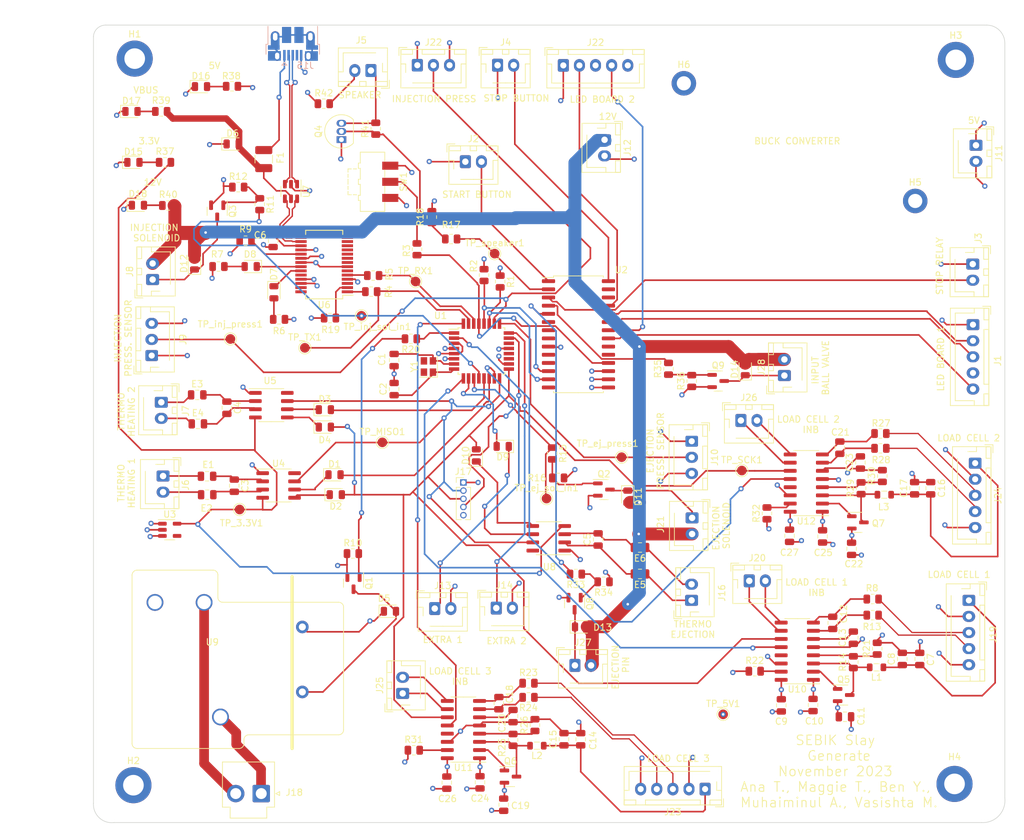
<source format=kicad_pcb>
(kicad_pcb (version 20211014) (generator pcbnew)
  (layers (0 "F.Cu" signal) (1 "In1.Cu" signal) (2 "In2.Cu" signal) (31 "B.Cu" signal) (34 "B.Paste" user) (35 "F.Paste" user) (36 "B.SilkS" user "B.Silkscreen") (37 "F.SilkS" user "F.Silkscreen") (38 "B.Mask" user) (39 "F.Mask" user) (44 "Edge.Cuts" user))
  (net 0 "")
  (net 1 "Net-(C3-Pad1)")
  (net 2 "Net-(C3-Pad2)")
  (net 3 "Net-(C4-Pad1)")
  (net 4 "Net-(C4-Pad2)")
  (net 5 "Net-(C5-Pad1)")
  (net 6 "Net-(C5-Pad2)")
  (net 7 "GND")
  (net 8 "Net-(D1-Pad1)")
  (net 9 "/AVDD1")
  (net 10 "Net-(D2-Pad1)")
  (net 11 "SCK")
  (net 12 "Net-(D3-Pad1)")
  (net 13 "Net-(C12-Pad1)")
  (net 14 "Net-(D4-Pad1)")
  (net 15 "+5V")
  (net 16 "Net-(D5-Pad2)")
  (net 17 "VBUS")
  (net 18 "Net-(D7-Pad1)")
  (net 19 "Net-(C1-Pad1)")
  (net 20 "Net-(D8-Pad1)")
  (net 21 "Net-(C2-Pad1)")
  (net 22 "Net-(C12-Pad2)")
  (net 23 "Net-(D11-Pad1)")
  (net 24 "Net-(D7-Pad2)")
  (net 25 "Net-(F1-Pad1)")
  (net 26 "HIGH_TEMP_LED")
  (net 28 "LOW_TEMP_LED")
  (net 29 "Net-(C13-Pad2)")
  (net 30 "Net-(C18-Pad1)")
  (net 31 "Net-(C18-Pad2)")
  (net 32 "Net-(J5-Pad1)")
  (net 33 "Net-(D8-Pad2)")
  (net 34 "Net-(D12-Pad1)")
  (net 35 "Net-(E1-Pad1)")
  (net 36 "Net-(E2-Pad1)")
  (net 37 "Net-(C20-Pad2)")
  (net 38 "Net-(C21-Pad1)")
  (net 39 "EXTRA1")
  (net 40 "EXTRA2")
  (net 41 "USB_CON_D-")
  (net 42 "USB_CON_D+")
  (net 44 "unconnected-(J15-Pad6)")
  (net 45 "Net-(E5-Pad1)")
  (net 46 "Net-(E6-Pad1)")
  (net 47 "MISO")
  (net 48 "MOSI")
  (net 49 "Net-(J18-Pad1)")
  (net 50 "Net-(J18-Pad2)")
  (net 51 "Net-(E3-Pad1)")
  (net 52 "Net-(E4-Pad1)")
  (net 53 "Net-(Q1-Pad1)")
  (net 54 "Net-(R3-Pad1)")
  (net 55 "Net-(R3-Pad2)")
  (net 56 "TX")
  (net 57 "Net-(R4-Pad2)")
  (net 58 "RX")
  (net 59 "Net-(R5-Pad2)")
  (net 60 "Net-(R9-Pad1)")
  (net 61 "Net-(C21-Pad2)")
  (net 62 "+3.3V")
  (net 63 "Net-(C23-Pad2)")
  (net 64 "TEMP1")
  (net 65 "DTR")
  (net 66 "TEMP2")
  (net 67 "Net-(Q2-Pad1)")
  (net 68 "Net-(Q3-Pad1)")
  (net 72 "Net-(R1-Pad2)")
  (net 73 "Net-(R2-Pad2)")
  (net 74 "EJ_CYL")
  (net 75 "VALVE_SOL")
  (net 84 "HIGH_PRESSURE_LED")
  (net 96 "USB_D+")
  (net 97 "USB_D-")
  (net 100 "Net-(C6-Pad1)")
  (net 101 "Net-(D9-Pad1)")
  (net 102 "Net-(D10-Pad1)")
  (net 104 "TEMP3")
  (net 105 "START_PUSH")
  (net 106 "STOP_RELAY")
  (net 107 "STOP_PUSH")
  (net 108 "INJ_PRESS")
  (net 109 "EJ_PRESS")
  (net 110 "/AVDD3")
  (net 111 "/AVDD2")
  (net 112 "Net-(J20-Pad1)")
  (net 113 "Net-(J20-Pad2)")
  (net 114 "Net-(J25-Pad1)")
  (net 115 "Net-(J25-Pad2)")
  (net 116 "Net-(J26-Pad1)")
  (net 117 "Net-(J26-Pad2)")
  (net 118 "Net-(L1-Pad2)")
  (net 119 "Net-(L2-Pad2)")
  (net 120 "Net-(L3-Pad2)")
  (net 121 "Net-(Q5-Pad1)")
  (net 122 "Net-(Q6-Pad1)")
  (net 123 "Net-(Q7-Pad1)")
  (net 124 "INJ_SOL_IN")
  (net 125 "Net-(R14-Pad2)")
  (net 126 "EJ_SOL_IN")
  (net 127 "SPEAKER")
  (net 128 "HEATER_RELAY")
  (net 129 "Net-(R22-Pad2)")
  (net 130 "Net-(R25-Pad2)")
  (net 131 "Net-(R29-Pad2)")
  (net 132 "Net-(R31-Pad2)")
  (net 133 "Net-(R32-Pad2)")
  (net 137 "LOAD_CELL_2")
  (net 138 "LOAD_CELL_1")
  (net 139 "LOAD_CELL_3")
  (net 140 "Net-(D13-Pad1)")
  (net 141 "Net-(Q8-Pad1)")
  (net 142 "Net-(D14-Pad1)")
  (net 143 "Net-(Q9-Pad1)")
  (net 144 "Net-(D15-Pad2)")
  (net 145 "Net-(D16-Pad2)")
  (net 146 "Net-(D17-Pad2)")
  (net 147 "Net-(D18-Pad2)")
  (net 148 "/A+_1")
  (net 149 "/A-_1")
  (net 150 "/A+_3")
  (net 151 "/A-_3")
  (net 152 "/A+_2")
  (net 153 "/A-_2")
  (net 154 "+12V")
  (net 155 "COMPLETE_LED")
  (net 157 "IN_PROGRESS_LED")
  (net 159 "Net-(J5-Pad2)")
  (net 160 "Net-(Q4-Pad2)")
  (footprint "Resistor_SMD:R_0805_2012Metric" (layer "F.Cu") (at 173.3 116.1 90)
    (fp_text reference "R29")
    (fp_text value "20k")
  )
  (footprint "Resistor_SMD:R_0805_2012Metric" (layer "F.Cu") (at 133.35 130.625 180)
    (fp_text reference "R34")
    (fp_text value "10k")
  )
  (footprint "Connector_JST:JST_XH_B2B-XH-AM_1x02_P2.50mm_Vertical" (layer "F.Cu") (at 102.175 147.95 90)
    (fp_text reference "J25")
    (fp_text value "Conn_01x02_Male")
  )
  (footprint "Capacitor_SMD:C_0805_2012Metric" (layer "F.Cu") (at 76.05 115.7 -90)
    (fp_text reference "C3")
    (fp_text value "0.01uF")
  )
  (footprint "Capacitor_SMD:C_0805_2012Metric" (layer "F.Cu") (at 139 125.3 180)
    (fp_text reference "E6")
    (fp_text value "MI0805K400R-10")
  )
  (footprint "Package_SO:SSOP-28_5.3x10.2mm_P0.65mm" (layer "F.Cu") (at 90 81.375 180)
    (fp_text reference "U6")
    (fp_text value "FT232RL")
  )
  (footprint "Resistor_SMD:R_0805_2012Metric" (layer "F.Cu") (at 114.8 83 -90)
    (fp_text reference "R2")
    (fp_text value "4.7k")
  )
  (footprint "Connector_JST:JST_XH_B3B-XH-AM_1x03_P2.50mm_Vertical" (layer "F.Cu") (at 147.025 108.8 -90)
    (fp_text reference "J10")
    (fp_text value "Conn_01x03_Male")
  )
  (footprint "Diode_SMD:D_0805_2012Metric" (layer "F.Cu") (at 91.8 117.1)
    (fp_text reference "D2")
    (fp_text value "1N4148")
  )
  (footprint "Resistor_SMD:R_0805_2012Metric" (layer "F.Cu") (at 122.7 152.865 90)
    (fp_text reference "R26")
    (fp_text value "8.2k")
  )
  (footprint "Connector_JST:JST_XH_B2B-XH-AM_1x02_P2.50mm_Vertical" (layer "F.Cu") (at 107.15 134.775)
    (fp_text reference "J13")
    (fp_text value "Conn_01x02_Male")
  )
  (footprint "TestPoint:TestPoint_Pad_D1.5mm" (layer "F.Cu") (at 151.9 151.2)
    (fp_text reference "TP_5V1")
    (fp_text value "TestPoint")
  )
  (footprint "TestPoint:TestPoint_Pad_D1.5mm" (layer "F.Cu") (at 124.5 117.7)
    (fp_text reference "TP_ej_sol_in1")
    (fp_text value "TestPoint")
  )
  (footprint "Capacitor_SMD:C_0805_2012Metric" (layer "F.Cu") (at 179.7 142.6 90)
    (fp_text reference "C8")
    (fp_text value "0.1uF")
  )
  (footprint "Resistor_SMD:R_0805_2012Metric" (layer "F.Cu") (at 125.4 110.7 -90)
    (fp_text reference "R15")
    (fp_text value "100")
  )
  (footprint "TestPoint:TestPoint_Pad_D1.5mm" (layer "F.Cu") (at 87 94.3)
    (fp_text reference "TP_TX1")
    (fp_text value "TestPoint")
  )
  (footprint "Connector_JST:JST_XH_B5B-XH-AM_1x05_P2.50mm_Vertical" (layer "F.Cu") (at 190.025 133.5 -90)
    (fp_text reference "J19")
    (fp_text value "Conn_01x05_Male")
  )
  (footprint "Inductor_SMD:L_0805_2012Metric" (layer "F.Cu") (at 123 156.065 180)
    (fp_text reference "L2")
    (fp_text value "3.3uH")
  )
  (footprint "Package_TO_SOT_SMD:SOT-23" (layer "F.Cu") (at 94.55 130.8375 -90)
    (fp_text reference "Q1")
    (fp_text value "2N7002")
  )
  (footprint "Capacitor_SMD:C_0805_2012Metric" (layer "F.Cu") (at 70.4 106.1)
    (fp_text reference "E4")
    (fp_text value "MI0805K400R-10" hide)
  )
  (footprint "Diode_SMD:D_0805_2012Metric" (layer "F.Cu") (at 69.88125 81.2 90)
    (fp_text reference "D12")
    (fp_text value "1N4148")
  )
  (footprint "Connector_JST:JST_XH_B2B-XH-AM_1x02_P2.50mm_Vertical" (layer "F.Cu") (at 64.725 102.75 -90)
    (fp_text reference "J7")
    (fp_text value "Conn_01x02_Male" hide)
  )
  (footprint "Diode_SMD:D_0805_2012Metric" (layer "F.Cu") (at 75.8 62.65)
    (fp_text reference "D6")
    (fp_text value "D_Schottky")
  )
  (footprint "Inductor_SMD:L_0805_2012Metric" (layer "F.Cu") (at 175.7 143.9 180)
    (fp_text reference "L1")
    (fp_text value "3.3uH")
  )
  (footprint "Connector_JST:JST_XH_B2B-XH-AM_1x02_P2.50mm_Vertical" (layer "F.Cu") (at 191.125 62.85 -90)
    (fp_text reference "J11")
    (fp_text value "Conn_01x02_Male")
  )
  (footprint "MountingHole:MountingHole_2.2mm_M2_DIN965_Pad" (layer "F.Cu") (at 181.7 71.5)
    (fp_text reference "H5")
    (fp_text value "MountingHole_Pad")
  )
  (footprint "Diode_SMD:D_0805_2012Metric" (layer "F.Cu") (at 137.1 117.4 -90)
    (fp_text reference "D11")
    (fp_text value "1N4148")
  )
  (footprint "Connector_PinHeader_1.27mm:PinHeader_1x05_P1.27mm_Vertical" (layer "F.Cu") (at 111.6 115.2)
    (fp_text reference "J17")
    (fp_text value "Screw_Terminal_01x05")
  )
  (footprint "Package_TO_SOT_SMD:SOT-23-6" (layer "F.Cu") (at 84.85 70.025 -90)
    (fp_text reference "U7")
    (fp_text value "USBLC6-2SC6")
  )
  (footprint "Resistor_SMD:R_0805_2012Metric" (layer "F.Cu") (at 158.7 120 90)
    (fp_text reference "R32")
    (fp_text value "10k")
  )
  (footprint "Capacitor_SMD:C_0805_2012Metric" (layer "F.Cu") (at 82.075 77.7 -90)
    (fp_text reference "C6")
    (fp_text value "100n")
  )
  (footprint "TestPoint:TestPoint_Pad_D1.5mm" (layer "F.Cu") (at 136.15 111.275)
    (fp_text reference "TP_ej_press1")
    (fp_text value "TestPoint")
  )
  (footprint "Package_TO_SOT_SMD:SOT-23" (layer "F.Cu") (at 73.4 73.1 -90)
    (fp_text reference "Q3")
    (fp_text value "2N7002")
  )
  (footprint "Resistor_SMD:R_0805_2012Metric" (layer "F.Cu") (at 64.7125 57.6 180)
    (fp_text reference "R39")
    (fp_text value "150")
  )
  (footprint "Resistor_SMD:R_0805_2012Metric" (layer "F.Cu") (at 65.8 72.2 180)
    (fp_text reference "R40")
    (fp_text value "510")
  )
  (footprint "Capacitor_SMD:C_0805_2012Metric" (layer "F.Cu") (at 71.85 117.1)
    (fp_text reference "E2")
    (fp_text value "MI0805K400R-10")
  )
  (footprint "Capacitor_SMD:C_0805_2012Metric" (layer "F.Cu") (at 182.4 142.6 90)
    (fp_text reference "C7")
    (fp_text value "0.1uF")
  )
  (footprint "Resistor_SMD:R_0805_2012Metric" (layer "F.Cu") (at 175.1 135.8)
    (fp_text reference "R13")
    (fp_text value "100")
  )
  (footprint "Connector_JST:JST_XH_B2B-XH-AM_1x02_P2.50mm_Vertical" (layer "F.Cu") (at 116.7 134.7)
    (fp_text reference "J14")
    (fp_text value "Conn_01x02_Male")
  )
  (footprint "Resistor_SMD:R_0805_2012Metric" (layer "F.Cu") (at 103.9 156.765)
    (fp_text reference "R31")
    (fp_text value "10k")
  )
  (footprint "Resistor_SMD:R_0805_2012Metric" (layer "F.Cu") (at 97.6 83.075 180)
    (fp_text reference "R5")
    (fp_text value "1K")
  )
  (footprint "Package_TO_SOT_SMD:SOT-23" (layer "F.Cu") (at 172.8 121.4)
    (fp_text reference "Q7")
    (fp_text value "MMBT3906")
  )
  (footprint "Capacitor_SMD:C_0805_2012Metric" (layer "F.Cu") (at 71.825 114.235)
    (fp_text reference "E1")
    (fp_text value "MI0805K400R-10")
  )
  (footprint "UNCHECKED:JQX-15F(005-181) (1)" (layer "F.Cu") (at 72.6376 142.526)
    (fp_text reference "U9")
    (fp_text value "JQX-15F_(005-1Z1)")
  )
  (footprint "Diode_SMD:D_0805_2012Metric" (layer "F.Cu") (at 90.1 103.9)
    (fp_text reference "D3")
    (fp_text value "1N4148")
  )
  (footprint "Capacitor_SMD:C_0805_2012Metric" (layer "F.Cu") (at 172.1 139.3 90)
    (fp_text reference "C13")
    (fp_text value "0.1uF")
  )
  (footprint "Capacitor_SMD:C_0805_2012Metric" (layer "F.Cu") (at 173.2 112.1 90)
    (fp_text reference "C23")
    (fp_text value "0.1uF")
  )
  (footprint "Diode_SMD:D_0805_2012Metric" (layer "F.Cu") (at 129.85 137.625)
    (fp_text reference "D13")
    (fp_text value "1N4148")
  )
  (footprint "Capacitor_SMD:C_0805_2012Metric" (layer "F.Cu") (at 100.85 100.7 90)
    (fp_text reference "C2")
    (fp_text value "22p")
  )
  (footprint "TestPoint:TestPoint_Pad_D1.5mm" (layer "F.Cu") (at 104.175 84)
    (fp_text reference "TP_RX1")
    (fp_text value "TestPoint")
  )
  (footprint "Capacitor_SMD:C_0805_2012Metric" (layer "F.Cu") (at 129.8 155.065 90)
    (fp_text reference "C14")
    (fp_text value "0.1uF")
  )
  (footprint "LED_SMD:LED_0805_2012Metric" (layer "F.Cu") (at 60.4 65.5)
    (fp_text reference "D15")
    (fp_text value "LED")
  )
  (footprint "Connector_JST:JST_XH_B3B-XH-AM_1x03_P2.50mm_Vertical" (layer "F.Cu") (at 63.2375 95.5 90)
    (fp_text reference "J9")
    (fp_text value "Conn_01x03_Male")
  )
  (footprint "Capacitor_SMD:C_0805_2012Metric" (layer "F.Cu") (at 181.6 116.1 90)
    (fp_text reference "C17")
    (fp_text value "0.1uF")
  )
  (footprint "Connector_JST:JST_XH_B2B-XH-AM_1x02_P2.50mm_Vertical" (layer "F.Cu") (at 63.38125 83.7 90)
    (fp_text reference "J8")
    (fp_text value "Conn_01x02_Male")
  )
  (footprint "Resistor_SMD:R_0805_2012Metric" (layer "F.Cu") (at 75.7 53.7 180)
    (fp_text reference "R38")
    (fp_text value "150")
  )
  (footprint "Resistor_SMD:R_0805_2012Metric" (layer "F.Cu") (at 156.8 144.5)
    (fp_text reference "R22")
    (fp_text value "10k")
  )
  (footprint "LED_SMD:LED_0805_2012Metric" (layer "F.Cu") (at 82.2 85.675 -90)
    (fp_text reference "D7")
    (fp_text value "LED_Small")
  )
  (footprint "Diode_SMD:D_0805_2012Metric" (layer "F.Cu") (at 117.7 109.6 180)
    (fp_text reference "D9")
    (fp_text value "1N4148")
  )
  (footprint "Resistor_SMD:R_0805_2012Metric" (layer "F.Cu") (at 89.9375 56.4)
    (fp_text reference "R42")
    (fp_text value "10")
  )
  (footprint "LED_SMD:LED_0805_2012Metric" (layer "F.Cu") (at 70.8875 53.74)
    (fp_text reference "D16")
    (fp_text value "LED")
  )
  (footprint "Connector_JST:JST_XH_B2B-XH-AM_1x02_P2.50mm_Vertical" (layer "F.Cu") (at 65 114.2 -90)
    (fp_text reference "J6")
    (fp_text value "Conn_01x02_Male")
  )
  (footprint "Inductor_SMD:L_0805_2012Metric" (layer "F.Cu") (at 176.9 117.1 180)
    (fp_text reference "L3")
    (fp_text value "3.3uH")
  )
  (footprint "Package_SO:SOP-16_3.9x9.9mm_P1.27mm" (layer "F.Cu") (at 111.6 153.565 180)
    (fp_text reference "U11")
    (fp_text value "HX711")
  )
  (footprint "LED_SMD:LED_0805_2012Metric" (layer "F.Cu") (at 60.1 57.6)
    (fp_text reference "D17")
    (fp_text value "LED")
  )
  (footprint "Package_TO_SOT_SMD:SOT-23" (layer "F.Cu") (at 128.85 134.025 -90)
    (fp_text reference "Q8")
    (fp_text value "2N7002")
  )
  (footprint "Resistor_SMD:R_0805_2012Metric" (layer "F.Cu") (at 76.6625 69.35)
    (fp_text reference "R12")
    (fp_text value "10k")
  )
  (footprint "Resistor_SMD:R_0805_2012Metric" (layer "F.Cu") (at 117.3 84 -90)
    (fp_text reference "R1")
    (fp_text value "4.7k")
  )
  (footprint "Capacitor_SMD:C_0805_2012Metric" (layer "F.Cu") (at 170.8 151.575 180)
    (fp_text reference "C11")
    (fp_text value "0.1uF")
  )
  (footprint "Capacitor_SMD:C_0805_2012Metric" (layer "F.Cu") (at 117.1 149.465 -90)
    (fp_text reference "C18")
    (fp_text value "0.1uF")
  )
  (footprint "Resistor_SMD:R_0805_2012Metric" (layer "F.Cu") (at 98 60.275 90)
    (fp_text reference "R41")
    (fp_text value "100k")
  )
  (footprint "Resistor_SMD:R_0805_2012Metric" (layer "F.Cu") (at 143.425 97.55 90)
    (fp_text reference "R35")
    (fp_text value "100")
  )
  (footprint "Connector_JST:JST_XH_B2B-XH-AM_1x02_P2.50mm_Vertical" (layer "F.Cu") (at 154.65 105.575)
    (fp_text reference "J26")
    (fp_text value "Conn_01x02_Male")
  )
  (footprint "Package_TO_SOT_THT:TO-92_Inline" (layer "F.Cu") (at 92.675 61.975 90)
    (fp_text reference "Q4")
    (fp_text value "PN2222A")
  )
  (footprint "Package_TO_SOT_SMD:SOT-23" (layer "F.Cu") (at 151.125 99.45)
    (fp_text reference "Q9")
    (fp_text value "2N7002")
  )
  (footprint "Diode_SMD:D_0805_2012Metric" (layer "F.Cu") (at 113.6 111 90)
    (fp_text reference "D10")
    (fp_text value "1N4148")
  )
  (footprint "Capacitor_SMD:C_0805_2012Metric" (layer "F.Cu") (at 100.85 96.2 -90)
    (fp_text reference "C1")
    (fp_text value "22p")
  )
  (footprint "Capacitor_SMD:C_0805_2012Metric" (layer "F.Cu") (at 74.9 103.6 -90)
    (fp_text reference "C4")
    (fp_text value "0.01uF")
  )
  (footprint "Connector_JST:JST_XH_B2B-XH-AM_1x02_P2.50mm_Vertical" (layer "F.Cu") (at 161.4 98.6 90)
    (fp_text reference "J28")
    (fp_text value "Conn_01x02_Male")
  )
  (footprint "MountingHole:MountingHole_3.2mm_M3_DIN965_Pad" (layer "F.Cu") (at 188 49.6)
    (fp_text reference "H3")
    (fp_text value "MountingHole_Pad")
  )
  (footprint "Capacitor_SMD:C_0805_2012Metric" (layer "F.Cu") (at 171.825 125.5 90)
    (fp_text reference "C22")
    (fp_text value "0.1uF")
  )
  (footprint "Button_Switch_SMD:SW_SPDT_CK-JS102011SAQN" (layer "F.Cu") (at 97.5 68.525 -90)
    (fp_text reference "SW1")
    (fp_text value "SW_SPDT")
  )
  (footprint "Connector_JST:JST_XH_B2B-XH-AM_1x02_P2.50mm_Vertical" (layer "F.Cu") (at 97.25 51.25 180)
    (fp_text reference "J5")
    (fp_text value "Conn_01x02_Male")
  )
  (footprint "Capacitor_SMD:C_0805_2012Metric" (layer "F.Cu") (at 114.175 161.75 -90)
    (fp_text reference "C24")
    (fp_text value "0.1uF")
  )
  (footprint "TestPoint:TestPoint_Pad_D1.5mm" (layer "F.Cu") (at 75.45 92.925)
    (fp_text reference "TP_inj_press1")
    (fp_text value "TestPoint")
  )
  (footprint "Capacitor_SMD:C_0805_2012Metric" (layer "F.Cu") (at 109.025 161.8 -90)
    (fp_text reference "C26")
    (fp_text value "0.1uF")
  )
  (footprint "Connector_JST:JST_XH_B3B-XH-AM_1x03_P2.50mm_Vertical" (layer "F.Cu") (at 104.45 50.425)
    (fp_text reference "J22")
    (fp_text value "Conn_01x03_Male")
  )
  (footprint "Resistor_SMD:R_0805_2012Metric" (layer "F.Cu") (at 73.6 81.675 180)
    (fp_text reference "R7")
    (fp_text value "1K")
  )
  (footprint "Connector_JST:JST_XH_B2B-XH-AM_1x02_P2.50mm_Vertical" (layer "F.Cu") (at 111.9 65.4)
    (fp_text reference "J2")
    (fp_text value "Conn_01x02_Male")
  )
  (footprint "Diode_SMD:D_0805_2012Metric" (layer "F.Cu") (at 100.2 135.2)
    (fp_text reference "D5")
    (fp_text value "1N4148")
  )
  (footprint "MountingHole:MountingHole_3.2mm_M3_DIN965_Pad" (layer "F.Cu") (at 60.4 162.2)
    (fp_text reference "H2")
    (fp_text value "MountingHole_Pad")
  )
  (footprint "Package_SO:SOP-16_3.9x9.9mm_P1.27mm" (layer "F.Cu") (at 164.8 115.3 180)
    (fp_text reference "U12")
    (fp_text value "HX711")
  )
  (footprint "Connector_JST:JST_XH_B2B-XH-AM_1x02_P2.50mm_Vertical" (layer "F.Cu") (at 147.08125 120.7 -90)
    (fp_text reference "J21")
    (fp_text value "Conn_01x02_Male")
  )
  (footprint "Capacitor_SMD:C_0805_2012Metric" (layer "F.Cu") (at 139 129.4 180)
    (fp_text reference "E5")
    (fp_text value "MI0805K400R-10")
  )
  (footprint "Resistor_SMD:R_0805_2012Metric" (layer "F.Cu") (at 176.3 109.9)
    (fp_text reference "R28")
    (fp_text value "100")
  )
  (footprint "Resistor_SMD:R_0805_2012Metric" (layer "F.Cu") (at 172.1 143.1 90)
    (fp_text reference "R14")
    (fp_text value "20k")
  )
  (footprint "Connector_JST:JST_XH_B5B-XH-A_1x05_P2.50mm_Vertical" (layer "F.Cu") (at 190.660332 90.7 -90)
    (fp_text reference "J1")
    (fp_text value "Conn_01x05_Male")
  )
  (footprint "Resistor_SMD:R_0805_2012Metric" (layer "F.Cu") (at 90.9 89.675)
    (fp_text reference "R19")
    (fp_text value "1K")
  )
  (footprint "Capacitor_SMD:C_0805_2012Metric" (layer "F.Cu") (at 132.5 124.05 90)
    (fp_text reference "C5")
    (fp_text value "0.01uF")
  )
  (footprint "LED_SMD:LED_0805_2012Metric" (layer "F.Cu") (at 78.6 81.675 180)
    (fp_text reference "D8")
    (fp_text value "LED_Small")
  )
  (footprint "Connector_JST:JST_XH_B2B-XH-AM_1x02_P2.50mm_Vertical" (layer "F.Cu") (at 155.95 130.475)
    (fp_text reference "J20")
    (fp_text value "Conn_01x02_Male")
  )
  (footprint "Package_QFP:TQFP-32_7x7mm_P0.8mm" (layer "F.Cu") (at 114.4 94.8)
    (fp_text reference "U1")
    (fp_text value "ATmega328-A")
  )
  (footprint "TestPoint:TestPoint_Pad_D1.5mm" (layer "F.Cu") (at 99.025 108.975)
    (fp_text reference "TP_MISO1")
    (fp_text value "TestPoint")
  )
  (footprint "Resistor_SMD:R_0805_2012Metric" (layer "F.Cu") (at 175.8 141 90)
    (fp_text reference "R21")
    (fp_text value "8.2k")
  )
  (footprint "Connector_JST:JST_XH_B2B-XH-AM_1x02_P2.50mm_Vertical" (layer "F.Cu") (at 133.5 62 -90)
    (fp_text reference "J12")
    (fp_text value "Conn_01x02_Male")
  )
  (footprint "Package_TO_SOT_SMD:SOT-23-5" (layer "F.Cu") (at 66.0375 122.55)
    (fp_text reference "U3")
    (fp_text value "LP2985-5.0")
  )
  (footprint "Capacitor_SMD:C_0805_2012Metric" (layer "F.Cu") (at 162.2 123.475 -90)
    (fp_text reference "C27")
    (fp_text value "0.1uF")
  )
  (footprint "Resistor_SMD:R_0805_2012Metric" (layer "F.Cu") (at 65.3 65.5 180)
    (fp_text reference "R37")
    (fp_text value "68")
  )
  (footprint "Resistor_SMD:R_0805_2012Metric" (layer "F.Cu") (at 97.3 85.575 180)
    (fp_text reference "R4")
    (fp_text value "1K")
  )
  (footprint "Package_SO:SOIC-8_3.9x4.9mm_P1.27mm" (layer "F.Cu") (at 124.838276 123.867796 180)
    (fp_text reference "U8")
    (fp_text value "MAX31855EASA")
  )
  (footprint "Package_TO_SOT_SMD:SOT-23" (layer "F.Cu") (at 170.6 148.2)
    (fp_text reference "Q5")
    (fp_text value "MMBT3906")
  )
  (footprint "Resistor_SMD:R_0805_2012Metric" (layer "F.Cu") (at 175.1 133.3)
    (fp_text reference "R8")
    (fp_text value "100")
  )
  (footprint "Resistor_SMD:R_0805_2012Metric" (layer "F.Cu") (at 119.3 155.165 90)
    (fp_text reference "R25")
    (fp_text value "20k")
  )
  (footprint "Package_SO:SOP-16_3.9x9.9mm_P1.27mm" (layer "F.Cu") (at 163.4 141.4 180)
    (fp_text reference "U10")
    (fp_text value "HX711")
  )
  (footprint "Diode_SMD:D_0805_2012Metric" (layer "F.Cu") (at 155.325 97.6125 90)
    (fp_text reference "D14")
    (fp_text value "1N4148")
  )
  (footprint "Package_SO:SOIC-28W_7.5x17.9mm_P1.27mm" (layer "F.Cu") (at 129.45 92.2)
    (fp_text reference "U2")
    (fp_text value "MCP23017_SO")
  )
  (footprint "Package_TO_SOT_SMD:SOT-23" (layer "F.Cu") (at 118.9 160.865)
    (fp_text reference "Q6")
    (fp_text value "MMBT3906")
  )
  (footprint "Capacitor_SMD:C_0805_2012Metric" (layer "F.Cu") (at 127.2 155.065 90)
    (fp_text reference "C15")
    (fp_text value "0.1uF")
  )
  (footprint "Diode_SMD:D_0805_2012Metric" (layer "F.Cu") (at 90.1 106.6)
    (fp_text reference "D4")
    (fp_text value "1N4148")
  )
  (footprint "MountingHole:MountingHole_3.2mm_M3_DIN965_Pad" (layer "F.Cu") (at 60.6 49.4)
    (fp_text reference locked "H1")
    (fp_text value "MountingHole_Pad")
  )
  (footprint "Resistor_SMD:R_0805_2012Metric" (layer "F.Cu") (at 126.3 114.5 180)
    (fp_text reference "R16")
    (fp_text value "10k")
  )
  (footprint "Capacitor_SMD:C_0805_2012Metric" (layer "F.Cu") (at 167.325 123.575 -90)
    (fp_text reference "C25")
    (fp_text value "0.1uF")
  )
  (footprint "Resistor_SMD:R_0805_2012Metric" (layer "F.Cu") (at 104.4 79 -90)
    (fp_text reference "R3")
    (fp_text value "10k")
  )
  (footprint "Resistor_SMD:R_0805_2012Metric" (layer "F.Cu") (at 103.45 92.9 180)
    (fp_text reference "R20")
    (fp_text value "100")
  )
  (footprint "Connector_JST:JST_VH_B2P-VH-B_1x02_P3.96mm_Vertical" (layer "F.Cu") (at 80.2325 163.5 180)
    (fp_text reference "J18")
    (fp_text value "Conn_01x02_Male")
  )
  (footprint "Capacitor_SMD:C_0805_2012Metric" (layer "F.Cu") (at 70.3 101.6)
    (fp_text reference "E3")
    (fp_text value "MI0805K400R-10" hide)
  )
  (footprint "Resistor_SMD:R_0805_2012Metric" (layer "F.Cu") (at 176.3 107.6)
    (fp_text reference "R27")
    (fp_text value "100")
  )
  (footprint "Capacitor_SMD:C_0805_2012Metric" (layer "F.Cu") (at 184.1 116.1 90)
    (fp_text reference "C16")
    (fp_text value "0.1uF")
  )
  (footprint "Connector_JST:JST_XH_B5B-XH-A_1x05_P2.50mm_Vertical" (layer "F.Cu") (at 127.1 50.45)
    (fp_text reference "J22")
    (fp_text value "Conn_01x05_Male")
  )
  (footprint "TestPoint:TestPoint_Pad_D1.5mm" (layer "F.Cu") (at 154.8 113.35)
    (fp_text reference "TP_SCK1")
    (fp_text value "TestPoint")
  )
  (footprint "Resistor_SMD:R_0805_2012Metric" (layer "F.Cu") (at 83 89.875)
    (fp_text reference "R6")
    (fp_text value "1K")
  )
  (footprint "Resistor_SMD:R_0805_2012Metric" (layer "F.Cu") (at 109.7 77.4 180)
    (fp_text reference "R17")
    (fp_text value "2.2k")
  )
  (footprint "Resistor_SMD:R_0805_2012Metric" (layer "F.Cu") (at 77.8 77.675 180)
    (fp_text reference "R9")
    (fp_text value "10k")
  )
  (footprint "Connector_JST:JST_XH_B2B-XH-AM_1x02_P2.50mm_Vertical" (layer "F.Cu") (at 116.9 50.425)
    (fp_text reference "J4")
    (fp_text value "Conn_01x02_Male")
  )
  (footprint "Connector_JST:JST_XH_B5B-XH-AM_1x05_P2.50mm_Vertical" (layer "F.Cu") (at 149.1 162.8 180)
    (fp_text reference "J23")
    (fp_text value "Conn_01x05_Male")
  )
  (footprint "Connector_JST:JST_XH_B5B-XH-AM_1x05_P2.50mm_Vertical" (layer "F.Cu") (at 191 112.2 -90)
    (fp_text reference "J24")
    (fp_text value "Conn_01x05_Male")
  )
  (footprint "Resistor_SMD:R_0805_2012Metric" (layer "F.Cu") (at 121.7 148.565)
    (fp_text reference "R24")
    (fp_text value "100")
  )
  (footprint "Resistor_SMD:R_0805_2012Metric" (layer "F.Cu") (at 106.7 74 -90)
    (fp_text reference "R18")
    (fp_text value "100k")
  )
  (footprint "Resistor_SMD:R_0805_2012Metric" (layer "F.Cu") (at 129.05 129.425 180)
    (fp_text reference "R33")
    (fp_text value "100")
  )
  (footprint "Package_SO:SOIC-8_3.9x4.9mm_P1.27mm" (layer "F.Cu") (at 81.8 103.2)
    (fp_text reference "U5")
    (fp_text value "MAX31855EASA")
  )
  (footprint "Capacitor_SMD:C_0805_2012Metric" (layer "F.Cu") (at 160.925 149.8 -90)
    (fp_text reference "C9")
    (fp_text value "0.1uF")
  )
  (footprint "Resistor_SMD:R_0805_2012Metric" (layer "F.Cu") (at 94.45 126.2375)
    (fp_text reference "R10")
    (fp_text value "10k")
  )
  (footprint "Resistor_SMD:R_0805_2012Metric" (layer "F.Cu") (at 80 72 -90)
    (fp_text reference "R11")
    (fp_text value "100")
  )
  (footprint "Resistor_SMD:R_0805_2012Metric" (layer "F.Cu") (at 176.6 114.2 90)
    (fp_text reference "R30")
    (fp_text value "8.2k")
  )
  (footprint "Diode_SMD:D_0805_2012Metric" (layer "F.Cu") (at 91.6 114)
    (fp_text reference "D1")
    (fp_text value "1N4148")
  )
  (footprint "Connector_JST:JST_XH_B2B-XH-AM_1x02_P2.50mm_Vertical" (layer "F.Cu") (at 128.9 143.6)
    (fp_text reference "J27")
    (fp_text value "Conn_01x02_Male")
  )
  (footprint "Package_TO_SOT_SMD:SOT-23" (layer "F.Cu") (at 133.4 116.3)
    (fp_text reference "Q2")
    (fp_text value "2N7002")
  )
  (footprint "Fuse:Fuse_1210_3225Metric" (layer "F.Cu") (at 80.625 65 -90)
    (fp_text reference "F1")
    (fp_text value "500mA")
  )
  (footprint "Capacitor_SMD:C_0805_2012Metric" (layer "F.Cu") (at 119.3 151.465 90)
    (fp_text reference "C20")
    (fp_text value "0.1uF")
  )
  (footprint "Resistor_SMD:R_0805_2012Metric" (layer "F.Cu") (at 121.7 146.365)
    (fp_text reference "R23")
    (fp_text value "100")
  )
  (footprint "MountingHole:MountingHole_3.2mm_M3_DIN965_Pad" (layer "F.Cu") (at 187.8 162)
    (fp_text reference "H4")
    (fp_text value "MountingHole_Pad")
  )
  (footprint "Connector_JST:JST_XH_B2B-XH-AM_1x02_P2.50mm_Vertical" (layer "F.Cu") (at 190.625 81.3 -90)
    (fp_text reference "J3")
    (fp_text value "Conn_01x02_Male")
  )
  (footprint "Package_SO:SOIC-8_3.9x4.9mm_P1.27mm" (layer "F.Cu") (at 82.925 115.665)
    (fp_text reference "U4")
    (fp_text value "MAX31855EASA")
  )
  (footprint "MountingHole:MountingHole_2.2mm_M2_DIN965_Pad" (layer "F.Cu") (at 145.805 53.235)
    (fp_text reference "H6")
    (fp_text value "MountingHole_Pad")
  )
  (footprint "Connector_JST:JST_XH_B2B-XH-AM_1x02_P2.50mm_Vertical" (layer "F.Cu") (at 147 133.5 90)
    (fp_text reference "J16")
    (fp_text value "Conn_01x02_Male")
  )
  (footprint "TestPoint:TestPoint_Pad_D1.5mm" (layer "F.Cu") (at 116.45 79.675)
    (fp_text reference "TP_speaker1")
    (fp_text value "TestPoint")
  )
  (footprint "TestPoint:TestPoint_Pad_D1.5mm" (layer "F.Cu") (at 76.875 119.4)
    (fp_text reference "TP_3.3V1")
    (fp_text value "TestPoint")
  )
  (footprint "LED_SMD:LED_0805_2012Metric" (layer "F.Cu") (at 61.1 72.16)
    (fp_text reference "D18")
    (fp_text value "LED")
  )
  (footprint "TestPoint:TestPoint_Pad_D1.5mm" (layer "F.Cu") (at 95.775 89.325)
    (fp_text reference "TP_inj_sol_in1")
    (fp_text value "TestPoint")
  )
  (footprint "Resistor_SMD:R_0805_2012Metric" (layer "F.Cu") (at 147.025 99.45 90)
    (fp_text reference "R36")
    (fp_text value "10k")
  )
  (footprint "Capacitor_SMD:C_0805_2012Metric" (layer "F.Cu") (at 168.9 137 -90)
    (fp_text reference "C12")
    (fp_text value "0.1uF")
  )
  (footprint "Crystal:Crystal_SMD_2520-4Pin_2.5x2.0mm" (layer "F.Cu") (at 106.175 97.2 90)
    (fp_text reference "Y1")
    (fp_text value "16Mhz")
  )
  (footprint "Capacitor_SMD:C_0805_2012Metric" (layer "F.Cu") (at 165.85 149.75 -90)
    (fp_text reference "C10")
    (fp_text value "0.1uF")
  )
  (footprint "Capacitor_SMD:C_0805_2012Metric" (layer "F.Cu") (at 117.85 165.225 90)
    (fp_text reference "C19")
    (fp_text value "0.1uF")
  )
  (footprint "Capacitor_SMD:C_0805_2012Metric" (layer "F.Cu") (at 170 109.8 -90)
    (fp_text reference "C21")
    (fp_text value "0.1uF")
  )
  (footprint "Connector_USB:USB_Micro-B_Amphenol_10103594-0001LF_Horizontal" (layer "B.Cu") (at 85.15 47.11)
    (fp_text reference "J15")
    (fp_text value "USB_B_Micro")
  )
  (gr_line (start 195.6 164.2) (end 195.6 47) (layer "Edge.Cuts") (width 0.1))
  (gr_line (start 56.072792 44.2) (end 192.8 44.2) (layer "Edge.Cuts") (width 0.1))
  (gr_arc (start 54.2 46) (mid 54.774008 44.722958) (end 56.072792 44.2) (layer "Edge.Cuts") (width 0.1))
  (gr_arc (start 195.6 164.2) (mid 194.681789 166.935379) (end 192 168) (layer "Edge.Cuts") (width 0.1))
  (gr_arc (start 192.8 44.2) (mid 194.779899 45.020101) (end 195.6 47) (layer "Edge.Cuts") (width 0.1))
  (gr_line (start 54.2 46) (end 54.2 165) (layer "Edge.Cuts") (width 0.1))
  (gr_arc (start 57.4 168) (mid 55.096003 167.25093) (end 54.2 165) (layer "Edge.Cuts") (width 0.1))
  (gr_line (start 57.4 168) (end 192 168) (layer "Edge.Cuts") (width 0.1))
  (gr_text "12V\n" (at 134 58.4) (layer "F.SilkS") (effects (font (size 1 1))))
  (gr_text "LOAD CELL 1\n" (at 188.5 129.5) (layer "F.SilkS") (effects (font (size 1 1))))
  (gr_text "VBUS" (at 62.3375 54.3) (layer "F.SilkS") (effects (font (size 1 1))))
  (gr_text "3.3V" (at 62.8375 62.2) (layer "F.SilkS") (effects (font (size 1 1))))
  (gr_text "INJECTION\nPRESS. SENSOR" (at 58.8 92.8 90) (layer "F.SilkS") (effects (font (size 1 1))))
  (gr_text "LED BOARD 1\n" (at 185.660332 96 90) (layer "F.SilkS") (effects (font (size 1 1))))
  (gr_text "EXTRA 2" (at 118.3 139.8) (layer "F.SilkS") (effects (font (size 1 1))))
  (gr_text "STOP BUTTON" (at 119.825 55.55) (layer "F.SilkS") (effects (font (size 1 1))))
  (gr_text "SPEAKER" (at 95.55 55.05) (layer "F.SilkS") (effects (font (size 1 1))))
  (gr_text "BUCK CONVERTER" (at 163.4 62.2) (layer "F.SilkS") (effects (font (size 1 1))))
  (gr_text "INPUT \nBALL VALVE\n" (at 167 97.4 90) (layer "F.SilkS") (effects (font (size 1 1))))
  (gr_text "INJECTION \nSOLENOID\n" (at 64.00625 76.45) (layer "F.SilkS") (effects (font (size 1 1))))
  (gr_text "LOAD CELL 1\nINB" (at 166.4 131.5) (layer "F.SilkS") (effects (font (size 1 1))))
  (gr_text "LOAD CELL 3" (at 144.95 158.05) (layer "F.SilkS") (effects (font (size 1 1))))
  (gr_text "LED BOARD 2\n" (at 133.15 55.725) (layer "F.SilkS") (effects (font (size 1 1))))
  (gr_text "THERMO\nHEATING 2" (at 59.3 104.2 90) (layer "F.SilkS") (effects (font (size 1 1))))
  (gr_text "STOP RELAY" (at 185.5 81.6 90) (layer "F.SilkS") (effects (font (size 1 1))))
  (gr_text "LOAD CELL 2 \nINB" (at 165.5 106.2) (layer "F.SilkS") (effects (font (size 1 1))))
  (gr_text "LOAD CELL 3\nINB" (at 111.1 145.3) (layer "F.SilkS") (effects (font (size 1 1))))
  (gr_text "START BUTTON" (at 113.7 70.5) (layer "F.SilkS") (effects (font (size 1 1))))
  (gr_text "SEBIK Slay \nGenerate\nNovember 2023 \nAna T., Maggie T., Ben Y., \nMuhaiminul A., Vasishta M." (at 169.875 160.05) (layer "F.SilkS") (effects (font (size 1.5 1.5))))
  (gr_text "5V" (at 72.9875 50.5) (layer "F.SilkS") (effects (font (size 1 1))))
  (gr_text "INJECTION PRESS" (at 107.05 55.65) (layer "F.SilkS") (effects (font (size 1 1))))
  (gr_text "EJECTION \nPIN\n" (at 136 143.5 90) (layer "F.SilkS") (effects (font (size 1 1))))
  (gr_text "EJECTION \nSOLENOID" (at 151.6 121.9 90) (layer "F.SilkS") (effects (font (size 1 1))))
  (gr_text "THERMO\nHEATING 1" (at 59.3 115.3 90) (layer "F.SilkS") (effects (font (size 1 1))))
  (gr_text "5V" (at 190.8 59) (layer "F.SilkS") (effects (font (size 1 1))))
  (gr_text "LOAD CELL 2\n" (at 190 108.3) (layer "F.SilkS") (effects (font (size 1 1))))
  (gr_text "THERMO\nEJECTION" (at 147.2 138) (layer "F.SilkS") (effects (font (size 1 1))))
  (gr_text "EJECTION\nPRESS. SENSOR" (at 141.4 110.3 90) (layer "F.SilkS") (effects (font (size 1 1))))
  (gr_text "EXTRA 1" (at 108.4 139.6) (layer "F.SilkS") (effects (font (size 1 1))))
  (gr_text "12V" (at 63.4 68.6) (layer "F.SilkS") (effects (font (size 1 1))))
  (segment (start 80.135 114.715) (end 80.45 115.03) (width 0.25) (layer "F.Cu") (net 1))
  (segment (start 76.025 114.715) (end 80.135 114.715) (width 0.25) (layer "F.Cu") (net 1))
  (segment (start 75.535 114.235) (end 76.05 114.75) (width 0.25) (layer "F.Cu") (net 1))
  (segment (start 72.775 114.235) (end 75.535 114.235) (width 0.25) (layer "F.Cu") (net 1))
  (segment (start 80.135 116.615) (end 80.45 116.3) (width 0.25) (layer "F.Cu") (net 2))
  (segment (start 72.8 117.1) (end 73.285 116.615) (width 0.25) (layer "F.Cu") (net 2))
  (segment (start 73.285 116.615) (end 80.135 116.615) (width 0.25) (layer "F.Cu") (net 2))
  (segment (start 73.85 101.6) (end 74.9 102.65) (width 0.25) (layer "F.Cu") (net 3))
  (segment (start 71.25 101.6) (end 73.85 101.6) (width 0.25) (layer "F.Cu") (net 3))
  (segment (start 74.9 102.65) (end 74.985 102.565) (width 0.25) (layer "F.Cu") (net 3))
  (segment (start 79.155 102.565) (end 79.24 102.65) (width 0.25) (layer "F.Cu") (net 3))
  (segment (start 74.985 102.565) (end 79.155 102.565) (width 0.25) (layer "F.Cu") (net 3))
  (segment (start 73.35 106.1) (end 74.9 104.55) (width 0.25) (layer "F.Cu") (net 4))
  (segment (start 74.9 104.55) (end 75.815 103.635) (width 0.25) (layer "F.Cu") (net 4))
  (segment (start 71.35 106.1) (end 73.35 106.1) (width 0.25) (layer "F.Cu") (net 4))
  (segment (start 75.815 103.635) (end 79.125 103.635) (width 0.25) (layer "F.Cu") (net 4))
  (segment (start 79.125 103.635) (end 79.325 103.835) (width 0.25) (layer "F.Cu") (net 4))
  (segment (start 127.81048 125) (end 127.313276 124.502796) (width 0.25) (layer "F.Cu") (net 5))
  (segment (start 136.9 129.4) (end 132.5 125) (width 0.25) (layer "F.Cu") (net 5))
  (segment (start 138.05 129.4) (end 136.9 129.4) (width 0.25) (layer "F.Cu") (net 5))
  (segment (start 132.5 125) (end 127.81048 125) (width 0.25) (layer "F.Cu") (net 5))
  (segment (start 136.85 124.1) (end 133.5 124.1) (width 0.25) (layer "F.Cu") (net 6))
  (segment (start 138.05 125.3) (end 136.85 124.1) (width 0.25) (layer "F.Cu") (net 6))
  (segment (start 132.5 123.1) (end 127.446072 123.1) (width 0.25) (layer "F.Cu") (net 6))
  (segment (start 127.446072 123.1) (end 127.313276 123.232796) (width 0.25) (layer "F.Cu") (net 6))
  (segment (start 133.5 124.1) (end 132.5 123.1) (width 0.25) (layer "F.Cu") (net 6))
  (segment (start 173.4375 113.2875) (end 173.2 113.05) (width 0.25) (layer "F.Cu") (net 7))
  (segment (start 190.8 81.3) (end 185.7 81.3) (width 0.25) (layer "F.Cu") (net 7))
  (segment (start 80.12 113.76) (end 78.825 112.465) (width 0.25) (layer "F.Cu") (net 7))
  (segment (start 93.5375 127.9875) (end 93.5375 129.8375) (width 0.25) (layer "F.Cu") (net 7))
  (segment (start 69.66 53.74) (end 68.5 54.9) (width 0.25) (layer "F.Cu") (net 7))
  (segment (start 116.9 55.4) (end 116.95 55.45) (width 0.25) (layer "F.Cu") (net 7))
  (segment (start 182.4 140) (end 182.5 139.9) (width 0.25) (layer "F.Cu") (net 7))
  (segment (start 106.75 71.85) (end 106.75 73.0375) (width 0.25) (layer "F.Cu") (net 7))
  (segment (start 111.074022 95.2) (end 110.15 95.2) (width 0.25) (layer "F.Cu") (net 7))
  (segment (start 126.5125 133.0875) (end 127.9 133.0875) (width 0.25) (layer "F.Cu") (net 7))
  (segment (start 159.575 150.75) (end 159.525 150.8) (width 0.25) (layer "F.Cu") (net 7))
  (segment (start 126.7 55.925) (end 127.1 55.525) (width 0.25) (layer "F.Cu") (net 7))
  (segment (start 86.4 84.3) (end 88.525 84.3) (width 0.25) (layer "F.Cu") (net 7))
  (segment (start 109.65 131.95) (end 110.3 131.3) (width 0.25) (layer "F.Cu") (net 7))
  (segment (start 191 122.2) (end 186.7 122.2) (width 0.25) (layer "F.Cu") (net 7))
  (segment (start 125.0375 151.9525) (end 127.2 154.115) (width 0.25) (layer "F.Cu") (net 7))
  (segment (start 88.375 83.65) (end 86.4 83.65) (width 0.25) (layer "F.Cu") (net 7))
  (segment (start 111.45 94.824022) (end 111.074022 95.2) (width 0.25) (layer "F.Cu") (net 7))
  (segment (start 59.4625 65.5) (end 58.2 65.5) (width 0.25) (layer "F.Cu") (net 7))
  (segment (start 173.325 126.45) (end 173.35 126.475) (width 0.25) (layer "F.Cu") (net 7))
  (segment (start 168.6 124.525) (end 168.925 124.85) (width 0.25) (layer "F.Cu") (net 7))
  (segment (start 117.85 166.175) (end 116.05 166.175) (width 0.25) (layer "F.Cu") (net 7))
  (segment (start 74.3875 69.2) (end 74.3875 68.2) (width 0.25) (layer "F.Cu") (net 7))
  (segment (start 171.75 153.5) (end 171.75 151.575) (width 0.25) (layer "F.Cu") (net 7))
  (segment (start 139.1 162.8) (end 139.1 158.175) (width 0.25) (layer "F.Cu") (net 7))
  (segment (start 112.041072 152.93) (end 114.1 152.93) (width 0.25) (layer "F.Cu") (net 7))
  (segment (start 78.295 101.295) (end 77.4 100.4) (width 0.25) (layer "F.Cu") (net 7))
  (segment (start 138.1 65) (end 134.075 65) (width 0.25) (layer "F.Cu") (net 7))
  (segment (start 176.6 113.2875) (end 173.4375 113.2875) (width 0.25) (layer "F.Cu") (net 7))
  (segment (start 80.95 78.65) (end 80.575 78.275) (width 0.25) (layer "F.Cu") (net 7))
  (segment (start 82.075 78.65) (end 80.95 78.65) (width 0.25) (layer "F.Cu") (net 7))
  (segment (start 106.9 162.75) (end 106.85 162.7) (width 0.25) (layer "F.Cu") (net 7))
  (segment (start 57.8 58.2) (end 58.4 57.6) (width 0.25) (layer "F.Cu") (net 7))
  (segment (start 186.560332 90.7) (end 185.860332 90) (width 0.25) (layer "F.Cu") (net 7))
  (segment (start 88.525 84.3) (end 88.9 84.675) (width 0.25) (layer "F.Cu") (net 7))
  (segment (start 122.7 151.9525) (end 125.0375 151.9525) (width 0.25) (layer "F.Cu") (net 7))
  (segment (start 171.85 113.05) (end 171.2 113.7) (width 0.25) (layer "F.Cu") (net 7))
  (segment (start 182.4 141.65) (end 182.4 140) (width 0.25) (layer "F.Cu") (net 7))
  (segment (start 74.4 69.1) (end 74.4 70.2125) (width 0.25) (layer "F.Cu") (net 7))
  (segment (start 162.2 124.425) (end 163.85 124.425) (width 0.25) (layer "F.Cu") (net 7))
  (segment (start 79.325 101.295) (end 78.295 101.295) (width 0.25) (layer "F.Cu") (net 7))
  (segment (start 147.025 113.8) (end 143.4 113.8) (width 0.25) (layer "F.Cu") (net 7))
  (segment (start 160.3 115.606072) (end 160.3 115.6) (width 0.25) (layer "F.Cu") (net 7))
  (segment (start 181.6 115.15) (end 181.6 114.2) (width 0.25) (layer "F.Cu") (net 7))
  (segment (start 119.3 152.415) (end 122.2375 152.415) (width 0.25) (layer "F.Cu") (net 7))
  (segment (start 74.4 70.2125) (end 72.45 72.1625) (width 0.25) (layer "F.Cu") (net 7))
  (segment (start 89.325 81.7) (end 88.7 81.075) (width 0.25) (layer "F.Cu") (net 7))
  (segment (start 111.45 94.1) (end 111.45 94.824022) (width 0.25) (layer "F.Cu") (net 7))
  (segment (start 84.85 69.271072) (end 85.478928 69.9) (width 0.25) (layer "F.Cu") (net 7))
  (segment (start 110.95 93.6) (end 111.45 94.1) (width 0.25) (layer "F.Cu") (net 7))
  (segment (start 127.2 154.115) (end 129.8 154.115) (width 0.25) (layer "F.Cu") (net 7))
  (segment (start 127.6 114.5) (end 128.9 113.2) (width 0.25) (layer "F.Cu") (net 7))
  (segment (start 171.775 153.525) (end 171.75 153.5) (width 0.25) (layer "F.Cu") (net 7))
  (segment (start 169.665 114.665) (end 167.3 114.665) (width 0.25) (layer "F.Cu") (net 7))
  (segment (start 175.8 140.0875) (end 175.8 139.7) (width 0.25) (layer "F.Cu") (net 7))
  (segment (start 126.45 133.025) (end 126.5125 133.0875) (width 0.25) (layer "F.Cu") (net 7))
  (segment (start 134.1 97.915) (end 131.515 97.915) (width 0.25) (layer "F.Cu") (net 7))
  (segment (start 147.025 100.3625) (end 150.15 100.3625) (width 0.25) (layer "F.Cu") (net 7))
  (segment (start 88.675 79.1) (end 88.7 79.075) (width 0.25) (layer "F.Cu") (net 7))
  (segment (start 107.1 71.5) (end 106.75 71.85) (width 0.25) (layer "F.Cu") (net 7))
  (segment (start 88.675 81.05) (end 88.7 81.075) (width 0.25) (layer "F.Cu") (net 7))
  (segment (start 109.65 134.775) (end 109.65 131.95) (width 0.25) (layer "F.Cu") (net 7))
  (segment (start 109.1 155.47) (end 109.501072 155.47) (width 0.25) (layer "F.Cu") (net 7))
  (segment (start 160.9 143.305) (end 159.905 143.305) (width 0.25) (layer "F.Cu") (net 7))
  (segment (start 93.5375 127.9875) (end 92.2005 127.9875) (width 0.25) (layer "F.Cu") (net 7))
  (segment (start 131.05 117.25) (end 131 117.3) (width 0.25) (layer "F.Cu") (net 7))
  (segment (start 100.85 98.1) (end 100.85 98.35) (width 0.25) (layer "F.Cu") (net 7))
  (segment (start 89.9875 89.675) (end 88 89.675) (width 0.25) (layer "F.Cu") (net 7))
  (segment (start 119.2 131.875) (end 120.25 130.825) (width 0.25) (layer "F.Cu") (net 7))
  (segment (start 172.1 140.25) (end 172.75 140.25) (width 0.25) (layer "F.Cu") (net 7))
  (segment (start 117.2 94.4) (end 117.1 94.5) (width 0.25) (layer "F.Cu") (net 7))
  (segment (start 172.75 140.25) (end 173.5 139.5) (width 0.25) (layer "F.Cu") (net 7))
  (segment (start 175.8 140.0875) (end 178.1375 140.0875) (width 0.25) (layer "F.Cu") (net 7))
  (segment (start 129.8 154.115) (end 129.8 152.7) (width 0.25) (layer "F.Cu") (net 7))
  (segment (start 146.6 158.475) (end 147.2 157.875) (width 0.25) (layer "F.Cu") (net 7))
  (segment (start 191 114.7) (end 186.4 110.1) (width 0.25) (layer "F.Cu") (net 7))
  (segment (start 178.1375 140.0875) (end 179.7 141.65) (width 0.25) (layer "F.Cu") (net 7))
  (segment (start 171.825 126.45) (end 173.325 126.45) (width 0.25) (layer "F.Cu") (net 7))
  (segment (start 132.4625 117.25) (end 131.05 117.25) (width 0.25) (layer "F.Cu") (net 7))
  (segment (start 93.5375 129.8375) (end 93.6 129.9) (width 0.25) (layer "F.Cu") (net 7))
  (segment (start 129.8 152.7) (end 129.5 152.4) (width 0.25) (layer "F.Cu") (net 7))
  (segment (start 122.2375 152.415) (end 122.7 151.9525) (width 0.25) (layer "F.Cu") (net 7))
  (segment (start 80.45 113.76) (end 80.12 113.76) (width 0.25) (layer "F.Cu") (net 7))
  (segment (start 163.9 150.85) (end 164.05 150.7) (width 0.25) (layer "F.Cu") (net 7))
  (segment (start 93.5375 126.2375) (end 93.5375 127.9875) (width 0.25) (layer "F.Cu") (net 7))
  (segment (start 119.3 152.415) (end 114.615 152.415) (width 0.25) (layer "F.Cu") (net 7))
  (segment (start 63.2375 90.5) (end 67.9625 90.5) (width 0.25) (layer "F.Cu") (net 7))
  (segment (start 57.8 65.9) (end 57.75 65.95) (width 0.25) (layer "F.Cu") (net 7))
  (segment (start 134.2625 130.625) (end 134.2625 129.7375) (width 0.25) (layer "F.Cu") (net 7))
  (segment (start 190.660332 90.7) (end 186.560332 90.7) (width 0.25) (layer "F.Cu") (net 7))
  (segment (start 191.125 65.35) (end 191.125 67.825) (width 0.25) (layer "F.Cu") (net 7))
  (segment (start 88.4 83.675) (end 88.375 83.65) (width 0.25) (layer "F.Cu") (net 7))
  (segment (start 162.3 117.205) (end 161.898928 117.205) (width 0.25) (layer "F.Cu") (net 7))
  (segment (start 179.7 141.65) (end 182.4 141.65) (width 0.25) (layer "F.Cu") (net 7))
  (segment (start 190.025 136) (end 186.8 136) (width 0.25) (layer "F.Cu") (net 7))
  (segment (start 110.15 95.2) (end 107.75 95.2) (width 0.25) (layer "F.Cu") (net 7))
  (segment (start 92.675 64.875) (end 92.675 61.975) (width 0.25) (layer "F.Cu") (net 7))
  (segment (start 102.775 72.225) (end 101.575 71.025) (width 0.25) (layer "F.Cu") (net 7))
  (segment (start 64.9 122.55) (end 62.5375 122.55) (width 0.25) (layer "F.Cu") (net 7))
  (segment (start 150.15 100.3625) (end 150.1875 100.4) (width 0.25) (layer "F.Cu") (net 7))
  (segment (start 93.6 81.7) (end 89.325 81.7) (width 0.25) (layer "F.Cu") (net 7))
  (segment (start 118.65 94.4) (end 117.2 94.4) (width 0.25) (layer "F.Cu") (net 7))
  (segment (start 127.313276 125.772796) (end 128.343276 125.772796) (width 0.25) (layer "F.Cu") (net 7))
  (segment (start 159.905 143.305) (end 158.8 142.2) (width 0.25) (layer "F.Cu") (net 7))
  (segment (start 131 118.9) (end 131.225 119.125) (width 0.25) (layer "F.Cu") (net 7))
  (segment (start 114.175 162.7) (end 112.2 162.7) (width 0.25) (layer "F.Cu") (net 7))
  (segment (start 100.85 97.15) (end 100.85 98.1) (width 0.25) (layer "F.Cu") (net 7))
  (segment (start 100.85 98.35) (end 100.85 99.75) (width 0.25) (layer "F.Cu") (net 7))
  (segment (start 171.585 140.765) (end 172.1 140.25) (width 0.25) (layer "F.Cu") (net 7))
  (segment (start 114.615 152.415) (end 114.1 152.93) (width 0.25) (layer "F.Cu") (net 7))
  (segment (start 59.54 72.16) (end 58.9 72.8) (width 0.25) (layer "F.Cu") (net 7))
  (segment (start 134.2625 129.7375) (end 133.65 129.125) (width 0.25) (layer "F.Cu") (net 7))
  (segment (start 134.1 100.455) (end 131.5 100.455) (width 0.25) (layer "F.Cu") (net 7))
  (segment (start 58.4 57.6) (end 59.1625 57.6) (width 0.25) (layer "F.Cu") (net 7))
  (segment (start 86.4 81.05) (end 88.675 81.05) (width 0.25) (layer "F.Cu") (net 7))
  (segment (start 58.2 65.5) (end 57.8 65.9) (width 0.25) (layer "F.Cu") (net 7))
  (segment (start 92.2005 127.9875) (end 92.088 128.1) (width 0.25) (layer "F.Cu") (net 7))
  (segment (start 111.153036 153.818036) (end 112.041072 152.93) (width 0.25) (layer "F.Cu") (net 7))
  (segment (start 92.575 64.975) (end 92.675 64.875) (width 0.25) (layer "F.Cu") (net 7))
  (segment (start 186.8 136) (end 185.3 134.5) (width 0.25) (layer "F.Cu") (net 7))
  (segment (start 184.1 115.15) (end 181.6 115.15) (width 0.25) (layer "F.Cu") (net 7))
  (segment (start 86.4 79.1) (end 88.675 79.1) (width 0.25) (layer "F.Cu") (net 7))
  (segment (start 169.8 114.8) (end 169.665 114.665) (width 0.25) (layer "F.Cu") (net 7))
  (segment (start 128.343276 125.772796) (end 129.738276 127.167796) (width 0.25) (layer "F.Cu") (net 7))
  (segment (start 160.925 150.75) (end 159.575 150.75) (width 0.25) (layer "F.Cu") (net 7))
  (segment (start 187.2 143.5) (end 185.4 141.7) (width 0.25) (layer "F.Cu") (net 7))
  (segment (start 163.85 124.425) (end 164.05 124.225) (width 0.25) (layer "F.Cu") (net 7))
  (segment (start 67.9625 90.5) (end 68.3625 90.1) (width 0.25) (layer "F.Cu") (net 7))
  (segment (start 127.1 55.525) (end 127.1 50.45) (width 0.25) (layer "F.Cu") (net 7))
  (segment (start 164.05 150.7) (end 165.85 150.7) (width 0.25) (layer "F.Cu") (net 7))
  (segment (start 106.75 73.0375) (end 106.7 73.0875) (width 0.25) (layer "F.Cu") (net 7))
  (segment (start 181.6 114.2) (end 181.2 113.8) (width 0.25) (layer "F.Cu") (net 7))
  (segment (start 175.8 139.7) (end 176.6 138.9) (width 0.25) (layer "F.Cu") (net 7))
  (segment (start 74.3875 69.2) (end 75.6 69.2) (width 0.25) (layer "F.Cu") (net 7))
  (segment (start 116.05 166.175) (end 115.975 166.1) (width 0.25) (layer "F.Cu") (net 7))
  (segment (start 190.025 143.5) (end 187.2 143.5) (width 0.25) (layer "F.Cu") (net 7))
  (segment (start 134.075 65) (end 133.625 64.55) (width 0.25) (layer "F.Cu") (net 7))
  (segment (start 161.898928 117.205) (end 160.3 115.606072) (width 0.25) (layer "F.Cu") (net 7))
  (segment (start 173.2 113.05) (end 171.85 113.05) (width 0.25) (layer "F.Cu") (net 7))
  (segment (start 139.1 158.175) (end 139.3 157.975) (width 0.25) (layer "F.Cu") (net 7))
  (segment (start 131 117.3) (end 131 118.9) (width 0.25) (layer "F.Cu") (net 7))
  (segment (start 143.4 113.8) (end 142.2 115) (width 0.25) (layer "F.Cu") (net 7))
  (segment (start 127.2125 114.5) (end 127.6 114.5) (width 0.25) (layer "F.Cu") (net 7))
  (segment (start 134.1 99.185) (end 131.515 99.185) (width 0.25) (layer "F.Cu") (net 7))
  (segment (start 146.6 162.8) (end 146.6 158.475) (width 0.25) (layer "F.Cu") (net 7))
  (segment (start 147.025 100.3625) (end 146.7375 100.3625) (width 0.25) (layer "F.Cu") (net 7))
  (segment (start 109.45 50.425) (end 109.45 46.95) (width 0.25) (layer "F.Cu") (net 7))
  (segment (start 119.2 134.7) (end 119.2 131.875) (width 0.25) (layer "F.Cu") (net 7))
  (segment (start 112.2 162.7) (end 112.125 162.775) (width 0.25) (layer "F.Cu") (net 7))
  (segment (start 109.025 162.75) (end 106.9 162.75) (width 0.25) (layer "F.Cu") (net 7))
  (segment (start 101.575 71.025) (end 100.25 71.025) (width 0.25) (layer "F.Cu") (net 7))
  (segment (start 84.85 68.8875) (end 84.85 69.271072) (width 0.25) (layer "F.Cu") (net 7))
  (segment (start 60.1625 72.16) (end 59.54 72.16) (width 0.25) (layer "F.Cu") (net 7))
  (segment (start 110.15 93.6) (end 110.95 93.6) (width 0.25) (layer "F.Cu") (net 7))
  (segment (start 186.7 122.2) (end 186.3 121.8) (width 0.25) (layer "F.Cu") (net 7))
  (segment (start 75.6 69.2) (end 75.75 69.35) (width 0.25) (layer "F.Cu") (net 7))
  (segment (start 167.325 124.525) (end 168.6 124.525) (width 0.25) (layer "F.Cu") (net 7))
  (segment (start 191.125 67.825) (end 192.5 69.2) (width 0.25) (layer "F.Cu") (net 7))
  (segment (start 146.7375 100.3625) (end 145.5 101.6) (width 0.25) (layer "F.Cu") (net 7))
  (segment (start 109.501072 155.47) (end 111.153036 153.818036) (width 0.25) (layer "F.Cu") (net 7))
  (segment (start 116.9 50.425) (end 116.9 55.4) (width 0.25) (layer "F.Cu") (net 7))
  (segment (start 165.9 140.765) (end 171.585 140.765) (width 0.25) (layer "F.Cu") (net 7))
  (segment (start 85.478928 69.9) (end 87.75 69.9) (width 0.25) (layer "F.Cu") (net 7))
  (segment (start 69.95 53.74) (end 69.66 53.74) (width 0.25) (layer "F.Cu") (net 7))
  (via (at 57.8 58.2) (size 0.8) (drill 0.4) (layers "F.Cu" "B.Cu") (net 7))
  (via (at 115.975 166.1) (size 0.8) (drill 0.4) (layers "F.Cu" "B.Cu") (net 7))
  (via (at 88.9 84.675) (size 0.8) (drill 0.4) (layers "F.Cu" "B.Cu") (net 7))
  (via (at 80.575 78.275) (size 0.8) (drill 0.4) (layers "F.Cu" "B.Cu") (net 7))
  (via (at 185.3 134.5) (size 0.8) (drill 0.4) (layers "F.Cu" "B.Cu") (net 7))
  (via (at 131.515 97.915) (size 0.8) (drill 0.4) (layers "F.Cu" "B.Cu") (net 7))
  (via (at 117.1 94.5) (size 0.8) (drill 0.4) (layers "F.Cu" "B.Cu") (net 7))
  (via (at 173.5 139.5) (size 0.8) (drill 0.4) (layers "F.Cu" "B.Cu") (net 7))
  (via (at 145.5 101.6) (size 0.8) (drill 0.4) (layers "F.Cu" "B.Cu") (net 7))
  (via (at 100.85 98.35) (size 0.8) (drill 0.4) (layers "F.Cu" "B.Cu") (net 7))
  (via (at 87.025 51.525) (size 0.8) (drill 0.4) (layers "F.Cu" "B.Cu") (net 7))
  (via (at 126.45 133.025) (size 0.8) (drill 0.4) (layers "F.Cu" "B.Cu") (net 7))
  (via (at 74.3875 68.2) (size 0.8) (drill 0.4) (layers "F.Cu" "B.Cu") (net 7))
  (via (at 133.65 129.125) (size 0.8) (drill 0.4) (layers "F.Cu" "B.Cu") (net 7))
  (via (at 107.75 95.2) (size 0.8) (drill 0.4) (layers "F.Cu" "B.Cu") (net 7))
  (via (at 160.3 115.6) (size 0.8) (drill 0.4) (layers "F.Cu" "B.Cu") (net 7))
  (via (at 92.575 64.975) (size 0.8) (drill 0.4) (layers "F.Cu" "B.Cu") (net 7))
  (via (at 88 89.675) (size 0.8) (drill 0.4) (layers "F.Cu" "B.Cu") (net 7))
  (via (at 120.25 130.825) (size 0.8) (drill 0.4) (layers "F.Cu" "B.Cu") (net 7))
  (via (at 138.1 65) (size 0.8) (drill 0.4) (layers "F.Cu" "B.Cu") (net 7))
  (via (at 102.775 72.225) (size 0.8) (drill 0.4) (layers "F.Cu" "B.Cu") (net 7))
  (via (at 131.5 100.455) (size 0.8) (drill 0.4) (layers "F.Cu" "B.Cu") (net 7))
  (via (at 88.7 79.075) (size 0.8) (drill 0.4) (layers "F.Cu" "B.Cu") (net 7))
  (via (at 92.088 128.1) (size 0.8) (drill 0.4) (layers "F.Cu" "B.Cu") (net 7))
  (via (at 88.7 81.075) (size 0.8) (drill 0.4) (layers "F.Cu" "B.Cu") (net 7))
  (via (at 106.85 162.7) (size 0.8) (drill 0.4) (layers "F.Cu" "B.Cu") (net 7))
  (via (at 87.75 69.9) (size 0.8) (drill 0.4) (layers "F.Cu" "B.Cu") (net 7))
  (via (at 186.4 110.1) (size 0.8) (drill 0.4) (layers "F.Cu" "B.Cu") (net 7))
  (via (at 128.9 113.2) (size 0.8) (drill 0.4) (layers "F.Cu" "B.Cu") (net 7))
  (via (at 112.125 162.775) (size 0.8) (drill 0.4) (layers "F.Cu" "B.Cu") (net 7))
  (via (at 192.5 69.2) (size 0.8) (drill 0.4) (layers "F.Cu" "B.Cu") (net 7))
  (via (at 164.05 124.225) (size 0.8) (drill 0.4) (layers "F.Cu" "B.Cu") (net 7))
  (via (at 169.8 114.8) (size 0.8) (drill 0.4) (layers "F.Cu" "B.Cu") (net 7))
  (via (at 110.3 131.3) (size 0.8) (drill 0.4) (layers "F.Cu" "B.Cu") (net 7))
  (via (at 68.3625 90.1) (size 0.8) (drill 0.4) (layers "F.Cu" "B.Cu") (net 7))
  (via (at 163.9 150.85) (size 0.8) (drill 0.4) (layers "F.Cu" "B.Cu") (net 7))
  (via (at 171.2 113.7) (size 0.8) (drill 0.4) (layers "F.Cu" "B.Cu") (net 7))
  (via (at 58.9 72.8) (size 0.8) (drill 0.4) (layers "F.Cu" "B.Cu") (net 7))
  (via (at 147.2 157.875) (size 0.8) (drill 0.4) (layers "F.Cu" "B.Cu") (net 7))
  (via (at 171.775 153.525) (size 0.8) (drill 0.4) (layers "F.Cu" "B.Cu") (net 7))
  (via (at 173.35 126.475) (size 0.8) (drill 0.4) (layers "F.Cu" "B.Cu") (net 7))
  (via (at 181.2 113.8) (size 0.8) (drill 0.4) (layers "F.Cu" "B.Cu") (net 7))
  (via (at 57.7375 66) (size 0.8) (drill 0.4) (layers "F.Cu" "B.Cu") (net 7))
  (via (at 185.4 141.7) (size 0.8) (drill 0.4) (layers "F.Cu" "B.Cu") (net 7))
  (via (at 62.5375 122.55) (size 0.8) (drill 0.4) (layers "F.Cu" "B.Cu") (net 7))
  (via (at 176.6 138.9) (size 0.8) (drill 0.4) (layers "F.Cu" "B.Cu") (net 7))
  (via (at 158.8 142.2) (size 0.8) (drill 0.4) (layers "F.Cu" "B.Cu") (net 7))
  (via (at 131.515 99.185) (size 0.8) (drill 0.4) (layers "F.Cu" "B.Cu") (net 7))
  (via (at 68.5 54.9) (size 0.8) (drill 0.4) (layers "F.Cu" "B.Cu") (net 7))
  (via (at 77.4 100.4) (size 0.8) (drill 0.4) (layers "F.Cu" "B.Cu") (net 7))
  (via (at 126.7 55.925) (size 0.8) (drill 0.4) (layers "F.Cu" "B.Cu") (net 7))
  (via (at 116.95 55.45) (size 0.8) (drill 0.4) (layers "F.Cu" "B.Cu") (net 7))
  (via (at 78.825 112.465) (size 0.8) (drill 0.4) (layers "F.Cu" "B.Cu") (net 7))
  (via (at 88.4 83.675) (size 0.8) (drill 0.4) (layers "F.Cu" "B.Cu") (net 7))
  (via (at 129.5 152.4) (size 0.8) (drill 0.4) (layers "F.Cu" "B.Cu") (net 7))
  (via (at 139.3 157.975) (size 0.8) (drill 0.4) (layers "F.Cu" "B.Cu") (net 7))
  (via (at 185.7 81.3) (size 0.8) (drill 0.4) (layers "F.Cu" "B.Cu") (net 7))
  (via (at 159.525 150.8) (size 0.8) (drill 0.4) (layers "F.Cu" "B.Cu") (net 7))
  (via (at 131.225 119.125) (size 0.8) (drill 0.4) (layers "F.Cu" "B.Cu") (net 7))
  (via (at 142.2 115) (size 0.8) (drill 0.4) (layers "F.Cu" "B.Cu") (net 7))
  (via (at 186.3 121.8) (size 0.8) (drill 0.4) (layers "F.Cu" "B.Cu") (net 7))
  (via (at 185.860332 90) (size 0.8) (drill 0.4) (layers "F.Cu" "B.Cu") (net 7))
  (via (at 182.5 139.9) (size 0.8) (drill 0.4) (layers "F.Cu" "B.Cu") (net 7))
  (via (at 109.45 46.95) (size 0.8) (drill 0.4) (layers "F.Cu" "B.Cu") (net 7))
  (via (at 107.1 71.5) (size 0.8) (drill 0.4) (layers "F.Cu" "B.Cu") (net 7))
  (via (at 168.925 124.85) (size 0.8) (drill 0.4) (layers "F.Cu" "B.Cu") (net 7))
  (via (at 111.153036 153.818036) (size 0.8) (drill 0.4) (layers "F.Cu" "B.Cu") (net 7))
  (via (at 129.738276 127.167796) (size 0.8) (drill 0.4) (layers "F.Cu" "B.Cu") (net 7))
  (segment (start 86.425 50.925) (end 86.425 48.875) (width 0.25) (layer "B.Cu") (net 7))
  (segment (start 87.025 51.525) (end 86.425 50.925) (width 0.25) (layer "B.Cu") (net 7))
  (segment (start 85.4 116.3) (end 88.5525 116.3) (width 0.25) (layer "F.Cu") (net 8))
  (segment (start 88.6 116.0625) (end 90.6625 114) (width 0.25) (layer "F.Cu") (net 8))
  (segment (start 88.6 116.3) (end 88.6 116.0625) (width 0.25) (layer "F.Cu") (net 8))
  (segment (start 182.65 143.55) (end 187.4 148.3) (width 0.25) (layer "F.Cu") (net 9))
  (segment (start 194.1 137.575) (end 190.025 133.5) (width 0.25) (layer "F.Cu") (net 9))
  (segment (start 192.1 148.3) (end 194.1 146.3) (width 0.25) (layer "F.Cu") (net 9))
  (segment (start 182.4 143.55) (end 182.65 143.55) (width 0.25) (layer "F.Cu") (net 9))
  (segment (start 194.1 146.3) (end 194.1 137.575) (width 0.25) (layer "F.Cu") (net 9))
  (segment (start 176.7625 143.9) (end 179.35 143.9) (width 0.25) (layer "F.Cu") (net 9))
  (segment (start 179.35 143.9) (end 179.7 143.55) (width 0.25) (layer "F.Cu") (net 9))
  (segment (start 179.7 143.55) (end 182.4 143.55) (width 0.25) (layer "F.Cu") (net 9))
  (segment (start 187.4 148.3) (end 192.1 148.3) (width 0.25) (layer "F.Cu") (net 9))
  (segment (start 85.4 117.57) (end 85.805 117.165) (width 0.25) (layer "F.Cu") (net 10))
  (segment (start 85.805 117.165) (end 90.9875 117.165) (width 0.25) (layer "F.Cu") (net 10))
  (segment (start 92.7375 117.1) (end 94.7 117.1) (width 0.25) (layer "F.Cu") (net 11))
  (segment (start 109.54 117.74) (end 106.1 114.3) (width 0.25) (layer "F.Cu") (net 11))
  (segment (start 154.805 139.495) (end 147.925479 146.374521) (width 0.25) (layer "F.Cu") (net 11))
  (segment (start 147.925479 146.374521) (end 129.474521 146.374521) (width 0.25) (layer "F.Cu") (net 11))
  (segment (start 160.9 139.495) (end 154.805 139.495) (width 0.25) (layer "F.Cu") (net 11))
  (segment (start 100.85048 148.95048) (end 100.85048 137.54952) (width 0.25) (layer "F.Cu") (net 11))
  (segment (start 109.1 151.66) (end 103.56 151.66) (width 0.25) (layer "F.Cu") (net 11))
  (segment (start 118.65 101.75) (end 118.65 97.6) (width 0.25) (layer "F.Cu") (net 11))
  (segment (start 128.887013 111.74952) (end 121.251288 104.113795) (width 0.25) (layer "F.Cu") (net 11))
  (segment (start 103.3 117.1) (end 102.3 117.1) (width 0.25) (layer "F.Cu") (net 11))
  (segment (start 156.795 113.395) (end 155.305 113.395) (width 0.25) (layer "F.Cu") (net 11))
  (segment (start 155.3 113.39) (end 155.305 113.395) (width 0.25) (layer "F.Cu") (net 11))
  (segment (start 106.1 114.3) (end 103.3 117.1) (width 0.25) (layer "F.Cu") (net 11))
  (segment (start 138.224511 115.724511) (end 134.24952 111.74952) (width 0.25) (layer "F.Cu") (net 11))
  (segment (start 120.362013 103.462013) (end 118.65 101.75) (width 0.25) (layer "F.Cu") (net 11))
  (segment (start 113.6 109) (end 113.6 110.0625) (width 0.25) (layer "F.Cu") (net 11))
  (segment (start 149.216022 113.395) (end 146.886511 115.724511) (width 0.25) (layer "F.Cu") (net 11))
  (segment (start 103.56 151.66) (end 100.85048 148.95048) (width 0.25) (layer "F.Cu") (net 11))
  (segment (start 111.6 117.74) (end 109.54 117.74) (width 0.25) (layer "F.Cu") (net 11))
  (segment (start 121.251288 104.113795) (end 120.362013 104.113795) (width 0.25) (layer "F.Cu") (net 11))
  (segment (start 102.3 136.1) (end 102.3 117.1) (width 0.25) (layer "F.Cu") (net 11))
  (segment (start 94.7 117.1) (end 102.3 117.1) (width 0.25) (layer "F.Cu") (net 11))
  (segment (start 155.305 113.395) (end 149.216022 113.395) (width 0.25) (layer "F.Cu") (net 11))
  (segment (start 91.0375 106.6) (end 93.5 106.6) (width 0.25) (layer "F.Cu") (net 11))
  (segment (start 134.24952 111.74952) (end 128.887013 111.74952) (width 0.25) (layer "F.Cu") (net 11))
  (segment (start 162.3 113.395) (end 156.795 113.395) (width 0.25) (layer "F.Cu") (net 11))
  (segment (start 105.95 114.45) (end 112.5 107.9) (width 0.25) (layer "F.Cu") (net 11))
  (segment (start 120.974511 137.874511) (end 120.974511 130.474511) (width 0.25) (layer "F.Cu") (net 11))
  (segment (start 94.7 115.2) (end 94.7 117.1) (width 0.25) (layer "F.Cu") (net 11))
  (segment (start 93.5 106.6) (end 93.6 106.5) (width 0.25) (layer "F.Cu") (net 11))
  (segment (start 112.5 107.9) (end 113.6 109) (width 0.25) (layer "F.Cu") (net 11))
  (segment (start 146.886511 115.724511) (end 138.224511 115.724511) (width 0.25) (layer "F.Cu") (net 11))
  (segment (start 115.44952 124.94952) (end 112.04952 124.94952) (width 0.25) (layer "F.Cu") (net 11))
  (segment (start 112.5 107.9) (end 118.65 101.75) (width 0.25) (layer "F.Cu") (net 11))
  (segment (start 120.362013 104.113795) (end 120.362013 103.462013) (width 0.25) (layer "F.Cu") (net 11))
  (segment (start 120.974511 130.474511) (end 115.44952 124.94952) (width 0.25) (layer "F.Cu") (net 11))
  (segment (start 112.04952 124.94952) (end 103.75 116.65) (width 0.25) (layer "F.Cu") (net 11))
  (segment (start 129.474521 146.374521) (end 120.974511 137.874511) (width 0.25) (layer "F.Cu") (net 11))
  (segment (start 100.85048 137.54952) (end 102.3 136.1) (width 0.25) (layer "F.Cu") (net 11))
  (via (at 94.7 115.2) (size 0.8) (drill 0.4) (layers "F.Cu" "B.Cu") (net 11))
  (via (at 93.6 106.5) (size 0.8) (drill 0.4) (layers "F.Cu" "B.Cu") (net 11))
  (segment (start 94.7 107.6) (end 94.7 115.2) (width 0.25) (layer "B.Cu") (net 11))
  (segment (start 93.6 106.5) (end 94.7 107.6) (width 0.25) (layer "B.Cu") (net 11))
  (segment (start 84.275 103.835) (end 89.1975 103.835) (width 0.25) (layer "F.Cu") (net 12))
  (segment (start 171.65 133.3) (end 174.1875 133.3) (width 0.25) (layer "F.Cu") (net 13))
  (segment (start 166.805 136.05) (end 168.9 136.05) (width 0.25) (layer "F.Cu") (net 13))
  (segment (start 168.9 136.05) (end 171.65 133.3) (width 0.25) (layer "F.Cu") (net 13))
  (segment (start 165.9 136.955) (end 166.805 136.05) (width 0.25) (layer "F.Cu") (net 13))
  (segment (start 84.275 105.105) (end 87.6675 105.105) (width 0.25) (layer "F.Cu") (net 14))
  (segment (start 87.6675 105.105) (end 89.1625 106.6) (width 0.25) (layer "F.Cu") (net 14))
  (segment (start 106.3 65.4) (end 111.9 65.4) (width 0.25) (layer "F.Cu") (net 15))
  (segment (start 94.775 83.65) (end 95.2 84.075) (width 0.25) (layer "F.Cu") (net 15))
  (segment (start 171.8625 123.4125) (end 171.8625 124.2125) (width 0.25) (layer "F.Cu") (net 15))
  (segment (start 117.9625 163.0125) (end 117.9625 164.1625) (width 0.25) (layer "F.Cu") (net 15))
  (segment (start 117.725978 96.8) (end 118.65 96.8) (width 0.25) (layer "F.Cu") (net 15))
  (segment (start 171.8625 124.2125) (end 171.825 124.25) (width 0.25) (layer "F.Cu") (net 15))
  (segment (start 165.9 147.3) (end 165.9 148.75) (width 0.25) (layer "F.Cu") (net 15))
  (segment (start 89.025 56.4) (end 87.425 54.8) (width 0.25) (layer "F.Cu") (net 15))
  (segment (start 102.9875 158.1125) (end 102.5 158.6) (width 0.25) (layer "F.Cu") (net 15))
  (segment (start 117.9625 164.1625) (end 117.85 164.275) (width 0.25) (layer "F.Cu") (net 15))
  (segment (start 72.225 62.75) (end 72.325 62.65) (width 0.25) (layer "F.Cu") (net 15))
  (segment (start 113.875 115.2) (end 111.6 115.2) (width 0.25) (layer "F.Cu") (net 15))
  (segment (start 191.125 62.85) (end 191.125 60.675) (width 0.25) (layer "F.Cu") (net 15))
  (segment (start 102.9875 156.765) (end 102.9875 158.1125) (width 0.25) (layer "F.Cu") (net 15))
  (segment (start 143.7 108.8) (end 142.2 107.3) (width 0.25) (layer "F.Cu") (net 15))
  (segment (start 102.55 66.025) (end 100.339755 66.025) (width 0.25) (layer "F.Cu") (net 15))
  (segment (start 124.8 94.105) (end 124.895 94.2) (width 0.25) (layer "F.Cu") (net 15))
  (segment (start 63.2375 95.5) (end 68.7625 95.5) (width 0.25) (layer "F.Cu") (net 15))
  (segment (start 78.7 53.7) (end 78.9 53.9) (width 0.25) (layer "F.Cu") (net 15))
  (segment (start 153.6 144.5) (end 153.4 144.7) (width 0.25) (layer "F.Cu") (net 15))
  (segment (start 160.925 148.85) (end 160.925 147.375) (width 0.25) (layer "F.Cu") (net 15))
  (segment (start 86.4 80.4) (end 87.525 80.4) (width 0.25) (layer "F.Cu") (net 15))
  (segment (start 165.9 145.845) (end 165.9 147.3) (width 0.25) (layer "F.Cu") (net 15))
  (segment (start 191.125 60.675) (end 192.4 59.4) (width 0.25) (layer "F.Cu") (net 15))
  (segment (start 103.6 67.075) (end 102.55 66.025) (width 0.25) (layer "F.Cu") (net 15))
  (segment (start 63.1 123.5) (end 64.9 123.5) (width 0.25) (layer "F.Cu") (net 15))
  (segment (start 63.1875 121.6) (end 63.1375 121.55) (width 0.25) (layer "F.Cu") (net 15))
  (segment (start 64.9 121.6) (end 63.1875 121.6) (width 0.25) (layer "F.Cu") (net 15))
  (segment (start 63 123.6) (end 63.1 123.5) (width 0.25) (layer "F.Cu") (net 15))
  (segment (start 169.6625 150.1875) (end 169.6625 151.3875) (width 0.25) (layer "F.Cu") (net 15))
  (segment (start 87.35385 138.38275) (end 86.6076 137.6365) (width 0.25) (layer "F.Cu") (net 15))
  (segment (start 72.325 62.65) (end 74.88125 62.65) (width 0.25) (layer "F.Cu") (net 15))
  (segment (start 124.895 94.2) (end 126.7 94.2) (width 0.25) (layer "F.Cu") (net 15))
  (segment (start 95.41725 138.38275) (end 87.35385 138.38275) (width 0.25) (layer "F.Cu") (net 15))
  (segment (start 114.175 158.085) (end 114.1 158.01) (width 0.25) (layer "F.Cu") (net 15))
  (segment (start 72.6875 83.4125) (end 72.6 83.5) (width 0.25) (layer "F.Cu") (net 15))
  (segment (start 114.175 159.35) (end 114.175 158.085) (width 0.25) (layer "F.Cu") (net 15))
  (segment (start 76.6125 53.7) (end 78.7 53.7) (width 0.25) (layer "F.Cu") (net 15))
  (segment (start 171.8625 122.35) (end 171.8625 123.4125) (width 0.25) (layer "F.Cu") (net 15))
  (segment (start 160.925 147.375) (end 160.925 145.87) (width 0.25) (layer "F.Cu") (net 15))
  (segment (start 93.6 83.65) (end 94.775 83.65) (width 0.25) (layer "F.Cu") (net 15))
  (segment (start 162.3 119.745) (end 162.3 121.15) (width 0.25) (layer "F.Cu") (net 15))
  (segment (start 87.525 80.4) (end 87.825 80.1) (width 0.25) (layer "F.Cu") (net 15))
  (segment (start 117.3 83.0875) (end 117.3 81.9) (width 0.25) (layer "F.Cu") (net 15))
  (segment (start 167.325 119.77) (end 167.325 121.225) (width 0.25) (layer "F.Cu") (net 15))
  (segment (start 109.1 159.325) (end 109.1 160.775) (width 0.25) (layer "F.Cu") (net 15))
  (segment (start 117.1 96.174022) (end 117.725978 96.8) (width 0.25) (layer "F.Cu") (net 15))
  (segment (start 104.45 50.425) (end 104.45 47.05) (width 0.25) (layer "F.Cu") (net 15))
  (segment (start 110.15 94.4) (end 108.75 94.4) (width 0.25) (layer "F.Cu") (net 15))
  (segment (start 114.175 160.8) (end 114.175 159.35) (width 0.25) (layer "F.Cu") (net 15))
  (segment (start 76.8875 77.675) (end 76.8875 78.2125) (width 0.25) (layer "F.Cu") (net 15))
  (segment (start 110.15 96) (end 108.75 96) (width 0.25) (layer "F.Cu") (net 15))
  (segment (start 147.025 108.8) (end 143.7 108.8) (width 0.25) (layer "F.Cu") (net 15))
  (segment (start 97.1 136.7) (end 95.41725 138.38275) (width 0.25) (layer "F.Cu") (net 15))
  (segment (start 114.8 82.0875) (end 114.8 80.5) (width 0.25) (layer "F.Cu") (net 15))
  (segment (start 158.7 120.9125) (end 158.7 122.1) (width 0.25) (layer "F.Cu") (net 15))
  (segment (start 76.8875 78.2125) (end 75.4 79.7) (width 0.25) (layer "F.Cu") (net 15))
  (segment (start 97.7625 136.7) (end 97.1 136.7) (width 0.25) (layer "F.Cu") (net 15))
  (segment (start 109.1 160.775) (end 109.025 160.85) (width 0.25) (layer "F.Cu") (net 15))
  (segment (start 83.9125 89.875) (end 85.3 89.875) (width 0.25) (layer "F.Cu") (net 15))
  (segment (start 169.6625 151.3875) (end 169.75 151.475) (width 0.25) (layer "F.Cu") (net 15))
  (segment (start 158.7 122.1) (end 159 122.4) (width 0.25) (layer "F.Cu") (net 15))
  (segment (start 160.925 145.87) (end 160.9 145.845) (width 0.25) (layer "F.Cu") (net 15))
  (segment (start 87.425 54.8) (end 87.425 54.65) (width 0.25) (layer "F.Cu") (net 15))
  (segment (start 87.825 80.1) (end 89.6 80.1) (width 0.25) (layer "F.Cu") (net 15))
  (segment (start 167.325 121.225) (end 167.325 122.625) (width 0.25) (layer "F.Cu") (net 15))
  (segment (start 72.6875 81.675) (end 72.6875 83.4125) (width 0.25) (layer "F.Cu") (net 15))
  (segment (start 109.1 158.01) (end 109.1 159.325) (width 0.25) (layer "F.Cu") (net 15))
  (segment (start 169.6625 149.15) (end 169.6625 150.1875) (width 0.25) (layer "F.Cu") (net 15))
  (segment (start 117.1 95.6) (end 117.1 96.174022) (width 0.25) (layer "F.Cu") (net 15))
  (segment (start 162.3 121.15) (end 162.3 122.425) (width 0.25) (layer "F.Cu") (net 15))
  (segment (start 99.2625 135.2) (end 97.7625 136.7) (width 0.25) (layer "F.Cu") (net 15))
  (segment (start 155.8875 144.5) (end 153.6 144.5) (width 0.25) (layer "F.Cu") (net 15))
  (segment (start 167.3 119.745) (end 167.325 119.77) (width 0.25) (layer "F.Cu") (net 15))
  (segment (start 117.9625 161.815) (end 117.9625 163.0125) (width 0.25) (layer "F.Cu") (net 15))
  (via (at 103.6 67.075) (size 0.8) (drill 0.4) (layers "F.Cu" "B.Cu") (net 15))
  (via (at 63 123.6) (size 0.8) (drill 0.4) (layers "F.Cu" "B.Cu") (net 15))
  (via (at 85.3 89.875) (size 0.8) (drill 0.4) (layers "F.Cu" "B.Cu") (net 15))
  (via (at 153.4 144.7) (size 0.8) (drill 0.4) (layers "F.Cu" "B.Cu") (net 15))
  (via (at 72.6 83.5) (size 0.8) (drill 0.4) (layers "F.Cu" "B.Cu") (net 15))
  (via (at 117.3 81.9) (size 0.8) (drill 0.4) (layers "F.Cu" "B.Cu") (net 15))
  (via (at 117.1 95.6) (size 0.8) (drill 0.4) (layers "F.Cu" "B.Cu") (net 15))
  (via (at 108.75 94.4) (size 0.8) (drill 0.4) (layers "F.Cu" "B.Cu") (net 15))
  (via (at 151.9 151.2) (size 0.8) (drill 0.4) (layers "F.Cu" "B.Cu") (net 15))
  (via (at 72.225 62.75) (size 0.8) (drill 0.4) (layers "F.Cu" "B.Cu") (net 15))
  (via (at 63.1375 121.55) (size 0.8) (drill 0.4) (layers "F.Cu" "B.Cu") (net 15))
  (via (at 89.6 80.1) (size 0.8) (drill 0.4) (layers "F.Cu" "B.Cu") (net 15))
  (via (at 160.925 147.375) (size 0.8) (drill 0.4) (layers "F.Cu" "B.Cu") (net 15))
  (via (at 113.875 115.2) (size 0.8) (drill 0.4) (layers "F.Cu" "B.Cu") (net 15))
  (via (at 162.3 121.15) (size 0.8) (drill 0.4) (layers "F.Cu" "B.Cu") (net 15))
  (via (at 109.1 159.325) (size 0.8) (drill 0.4) (layers "F.Cu" "B.Cu") (net 15))
  (via (at 169.6625 150.1875) (size 0.8) (drill 0.4) (layers "F.Cu" "B.Cu") (net 15))
  (via (at 159 122.4) (size 0.8) (drill 0.4) (layers "F.Cu" "B.Cu") (net 15))
  (via (at 68.7625 95.5) (size 0.8) (drill 0.4) (layers "F.Cu" "B.Cu") (net 15))
  (via (at 171.8625 123.4125) (size 0.8) (drill 0.4) (layers "F.Cu" "B.Cu") (net 15))
  (via (at 78.9 53.9) (size 0.8) (drill 0.4) (layers "F.Cu" "B.Cu") (net 15))
  (via (at 106.3 65.375) (size 0.8) (drill 0.4) (layers "F.Cu" "B.Cu") (net 15))
  (via (at 117.9625 163.0125) (size 0.8) (drill 0.4) (layers "F.Cu" "B.Cu") (net 15))
  (via (at 142.2 107.3) (size 0.8) (drill 0.4) (layers "F.Cu" "B.Cu") (net 15))
  (via (at 104.45 47.05) (size 0.8) (drill 0.4) (layers "F.Cu" "B.Cu") (net 15))
  (via (at 167.325 121.225) (size 0.8) (drill 0.4) (layers "F.Cu" "B.Cu") (net 15))
  (via (at 97.1 136.7) (size 0.8) (drill 0.4) (layers "F.Cu" "B.Cu") (net 15))
  (via (at 192.4 59.4) (size 0.8) (drill 0.4) (layers "F.Cu" "B.Cu") (net 15))
  (via (at 108.75 96) (size 0.8) (drill 0.4) (layers "F.Cu" "B.Cu") (net 15))
  (via (at 87.425 54.65) (size 0.8) (drill 0.4) (layers "F.Cu" "B.Cu") (net 15))
  (via (at 102.5 158.6) (size 0.8) (drill 0.4) (layers "F.Cu" "B.Cu") (net 15))
  (via (at 114.8 80.5) (size 0.8) (drill 0.4) (layers "F.Cu" "B.Cu") (net 15))
  (via (at 75.4 79.7) (size 0.8) (drill 0.4) (layers "F.Cu" "B.Cu") (net 15))
  (via (at 126.7 94.2) (size 0.8) (drill 0.4) (layers "F.Cu" "B.Cu") (net 15))
  (via (at 95.2 84.075) (size 0.8) (drill 0.4) (layers "F.Cu" "B.Cu") (net 15))
  (via (at 114.175 159.35) (size 0.8) (drill 0.4) (layers "F.Cu" "B.Cu") (net 15))
  (via (at 165.9 147.3) (size 0.8) (drill 0.4) (layers "F.Cu" "B.Cu") (net 15))
  (segment (start 101.1375 136.38688) (end 89.799 147.72538) (width 0.25) (layer "F.Cu") (net 16))
  (segment (start 95.275 132.5) (end 98.4375 132.5) (width 0.25) (layer "F.Cu") (net 16))
  (segment (start 98.4375 132.5) (end 101.1375 135.2) (width 0.25) (layer "F.Cu") (net 16))
  (segment (start 94.55 131.775) (end 95.275 132.5) (width 0.25) (layer "F.Cu") (net 16))
  (segment (start 101.1375 135.2) (end 101.1375 136.38688) (width 0.25) (layer "F.Cu") (net 16))
  (segment (start 89.799 147.72538) (end 86.6076 147.72538) (width 0.25) (layer "F.Cu") (net 16))
  (segment (start 65.625 57.8125) (end 65.625 57.6) (width 1) (layer "F.Cu") (net 17))
  (segment (start 82.6 69.925) (end 83.996072 69.925) (width 0.25) (layer "F.Cu") (net 17))
  (segment (start 84.85 70.778928) (end 84.85 71.1625) (width 0.25) (layer "F.Cu") (net 17))
  (segment (start 79.9875 66.4) (end 76.7875 63.2) (width 1) (layer "F.Cu") (net 17))
  (segment (start 76.8 60.7) (end 74.8 58.7) (width 1) (layer "F.Cu") (net 17))
  (segment (start 76.7875 63.2) (end 76.8 63.1875) (width 0.25) (layer "F.Cu") (net 17))
  (segment (start 80.625 66.4) (end 79.9875 66.4) (width 1) (layer "F.Cu") (net 17))
  (segment (start 66.5125 58.7) (end 65.625 57.8125) (width 1) (layer "F.Cu") (net 17))
  (segment (start 76.8 63.1875) (end 76.8 60.7) (width 1) (layer "F.Cu") (net 17))
  (segment (start 83.996072 69.925) (end 84.85 70.778928) (width 0.25) (layer "F.Cu") (net 17))
  (segment (start 82.6 69.925) (end 80.625 67.95) (width 0.25) (layer "F.Cu") (net 17))
  (segment (start 80.625 67.95) (end 80.625 66.4) (width 0.25) (layer "F.Cu") (net 17))
  (segment (start 74.8 58.7) (end 66.5125 58.7) (width 1) (layer "F.Cu") (net 17))
  (segment (start 82.2 84.7375) (end 82.4375 84.7375) (width 0.25) (layer "F.Cu") (net 18))
  (segment (start 82.4375 84.7375) (end 84.825 82.35) (width 0.25) (layer "F.Cu") (net 18))
  (segment (start 84.825 82.35) (end 86.4 82.35) (width 0.25) (layer "F.Cu") (net 18))
  (segment (start 106.875 95.5) (end 106.875 96.325) (width 0.25) (layer "F.Cu") (net 19))
  (segment (start 108.525386 96.8) (end 108.050386 96.325) (width 0.25) (layer "F.Cu") (net 19))
  (segment (start 110.15 96.8) (end 108.525386 96.8) (width 0.25) (layer "F.Cu") (net 19))
  (segment (start 106.8 95.425) (end 106.875 95.5) (width 0.25) (layer "F.Cu") (net 19))
  (segment (start 104.675 95.425) (end 104.5 95.25) (width 0.25) (layer "F.Cu") (net 19))
  (segment (start 106.8 95.425) (end 104.675 95.425) (width 0.25) (layer "F.Cu") (net 19))
  (segment (start 108.050386 96.325) (end 106.875 96.325) (width 0.25) (layer "F.Cu") (net 19))
  (segment (start 100.85 95.25) (end 104.5 95.25) (width 0.25) (layer "F.Cu") (net 19))
  (segment (start 79.5625 81.7) (end 86.4 81.7) (width 0.25) (layer "F.Cu") (net 20))
  (segment (start 79.5375 81.675) (end 79.5625 81.7) (width 0.25) (layer "F.Cu") (net 20))
  (segment (start 110.15 97.6) (end 109.675 98.075) (width 0.25) (layer "F.Cu") (net 21))
  (segment (start 106.875 98.075) (end 106.875 98.399022) (width 0.25) (layer "F.Cu") (net 21))
  (segment (start 109.675 98.075) (end 106.875 98.075) (width 0.25) (layer "F.Cu") (net 21))
  (segment (start 106.875 98.399022) (end 103.624022 101.65) (width 0.25) (layer "F.Cu") (net 21))
  (segment (start 103.624022 101.65) (end 100.85 101.65) (width 0.25) (layer "F.Cu") (net 21))
  (segment (start 168.9 137.95) (end 171.05 135.8) (width 0.25) (layer "F.Cu") (net 22))
  (segment (start 165.9 138.225) (end 168.625 138.225) (width 0.25) (layer "F.Cu") (net 22))
  (segment (start 168.625 138.225) (end 168.9 137.95) (width 0.25) (layer "F.Cu") (net 22))
  (segment (start 171.05 135.8) (end 174.1875 135.8) (width 0.25) (layer "F.Cu") (net 22))
  (segment (start 147.08125 120.7) (end 147.08125 119.721818) (width 0.25) (layer "F.Cu") (net 23))
  (segment (start 143.821932 116.4625) (end 137.4 116.4625) (width 0.25) (layer "F.Cu") (net 23))
  (segment (start 147.08125 119.721818) (end 143.821932 116.4625) (width 0.25) (layer "F.Cu") (net 23))
  (segment (start 134.5 116.4625) (end 137.4 116.4625) (width 0.25) (layer "F.Cu") (net 23))
  (segment (start 134.3375 116.3) (end 134.5 116.4625) (width 0.25) (layer "F.Cu") (net 23))
  (segment (start 82.2 86.6125) (end 82.2 89.7625) (width 0.25) (layer "F.Cu") (net 24))
  (segment (start 82.2 89.7625) (end 82.0875 89.875) (width 0.25) (layer "F.Cu") (net 24))
  (segment (start 81.425 63.6) (end 80.625 63.6) (width 0.25) (layer "F.Cu") (net 25))
  (segment (start 83 55.4) (end 83 62.025) (width 0.25) (layer "F.Cu") (net 25))
  (segment (start 83 62.025) (end 81.425 63.6) (width 0.25) (layer "F.Cu") (net 25))
  (via (at 83 55.4) (size 0.8) (drill 0.4) (layers "F.Cu" "B.Cu") (net 25))
  (segment (start 83.825 50.9) (end 83.825 48.875) (width 0.25) (layer "B.Cu") (net 25))
  (segment (start 83 55.4) (end 83.175 55.225) (width 0.25) (layer "B.Cu") (net 25))
  (segment (start 83.175 51.55) (end 83.825 50.9) (width 0.25) (layer "B.Cu") (net 25))
  (segment (start 83.175 55.225) (end 83.175 51.55) (width 0.25) (layer "B.Cu") (net 25))
  (segment (start 182.260332 92.3) (end 190.760332 100.8) (width 0.25) (layer "F.Cu") (net 26))
  (segment (start 135.865 92.835) (end 136.4 92.3) (width 0.25) (layer "F.Cu") (net 26))
  (segment (start 134.1 92.835) (end 135.865 92.835) (width 0.25) (layer "F.Cu") (net 26))
  (segment (start 136.4 92.3) (end 182.260332 92.3) (width 0.25) (layer "F.Cu") (net 26))
  (segment (start 187.849521 93.64952) (end 188.609852 93.64952) (width 0.25) (layer "F.Cu") (net 28))
  (segment (start 184 89.8) (end 187.849521 93.64952) (width 0.25) (layer "F.Cu") (net 28))
  (segment (start 135.695 90.295) (end 136.19 89.8) (width 0.25) (layer "F.Cu") (net 28))
  (segment (start 134.1 90.295) (end 135.695 90.295) (width 0.25) (layer "F.Cu") (net 28))
  (segment (start 188.609852 93.64952) (end 190.660332 95.7) (width 0.25) (layer "F.Cu") (net 28))
  (segment (start 136.19 89.8) (end 184 89.8) (width 0.25) (layer "F.Cu") (net 28))
  (segment (start 165.9 139.495) (end 170.955 139.495) (width 0.25) (layer "F.Cu") (net 29))
  (segment (start 170.955 139.495) (end 172.1 138.35) (width 0.25) (layer "F.Cu") (net 29))
  (segment (start 118.6375 148.515) (end 120.7875 146.365) (width 0.25) (layer "F.Cu") (net 30))
  (segment (start 114.1 149.12) (end 116.495 149.12) (width 0.25) (layer "F.Cu") (net 30))
  (segment (start 117.1 148.515) (end 118.6375 148.515) (width 0.25) (layer "F.Cu") (net 30))
  (segment (start 116.495 149.12) (end 117.1 148.515) (width 0.25) (layer "F.Cu") (net 30))
  (segment (start 114.1 150.39) (end 117.075 150.39) (width 0.25) (layer "F.Cu") (net 31))
  (segment (start 117.1 150.415) (end 117.82452 149.69048) (width 0.25) (layer "F.Cu") (net 31))
  (segment (start 117.075 150.39) (end 117.1 150.415) (width 0.25) (layer "F.Cu") (net 31))
  (segment (start 119.66202 149.69048) (end 120.7875 148.565) (width 0.25) (layer "F.Cu") (net 31))
  (segment (start 117.82452 149.69048) (end 119.66202 149.69048) (width 0.25) (layer "F.Cu") (net 31))
  (segment (start 97.9275 59.435) (end 98 59.3625) (width 0.25) (layer "F.Cu") (net 32))
  (segment (start 98 59.3625) (end 98 52) (width 0.25) (layer "F.Cu") (net 32))
  (segment (start 92.675 59.435) (end 97.9275 59.435) (width 0.25) (layer "F.Cu") (net 32))
  (segment (start 98 52) (end 97.25 51.25) (width 0.25) (layer "F.Cu") (net 32))
  (segment (start 77.6625 81.675) (end 74.5125 81.675) (width 0.25) (layer "F.Cu") (net 33))
  (segment (start 71.20577 81.39423) (end 70.4625 82.1375) (width 0.25) (layer "F.Cu") (net 34))
  (segment (start 70.4625 82.1375) (end 69.88125 82.1375) (width 0.25) (layer "F.Cu") (net 34))
  (segment (start 73.4 77.5) (end 71.20577 79.69423) (width 0.25) (layer "F.Cu") (net 34))
  (segment (start 73.4 74.0375) (end 73.4 77.5) (width 0.25) (layer "F.Cu") (net 34))
  (segment (start 71.20577 79.69423) (end 71.20577 81.39423) (width 0.25) (layer "F.Cu") (net 34))
  (segment (start 63.48125 83.7) (end 68.31875 83.7) (width 0.25) (layer "F.Cu") (net 34))
  (segment (start 68.31875 83.7) (end 69.88125 82.1375) (width 0.25) (layer "F.Cu") (net 34))
  (segment (start 65 114.2) (end 70.75 114.2) (width 0.25) (layer "F.Cu") (net 35))
  (segment (start 70.5 116.7) (end 70.9 117.1) (width 0.25) (layer "F.Cu") (net 36))
  (segment (start 65 116.7) (end 70.5 116.7) (width 0.25) (layer "F.Cu") (net 36))
  (segment (start 118.155 151.66) (end 114.1 151.66) (width 0.25) (layer "F.Cu") (net 37))
  (segment (start 119.3 150.515) (end 118.155 151.66) (width 0.25) (layer "F.Cu") (net 37))
  (segment (start 174.1375 108.85) (end 175.3875 107.6) (width 0.25) (layer "F.Cu") (net 38))
  (segment (start 167.3 110.855) (end 167.995 110.855) (width 0.25) (layer "F.Cu") (net 38))
  (segment (start 170 108.85) (end 174.1375 108.85) (width 0.25) (layer "F.Cu") (net 38))
  (segment (start 167.995 110.855) (end 170 108.85) (width 0.25) (layer "F.Cu") (net 38))
  (segment (start 108 133.925) (end 107.15 134.775) (width 0.25) (layer "F.Cu") (net 39))
  (segment (start 118.65 92.8) (end 119.574022 92.8) (width 0.25) (layer "F.Cu") (net 39))
  (segment (start 108 127.7) (end 108 133.925) (width 0.25) (layer "F.Cu") (net 39))
  (segment (start 119.574022 92.8) (end 120.2 93.425978) (width 0.25) (layer "F.Cu") (net 39))
  (segment (start 120.2 93.425978) (end 120.2 101.7) (width 0.25) (layer "F.Cu") (net 39))
  (via (at 108 127.7) (size 0.8) (drill 0.4) (layers "F.Cu" "B.Cu") (net 39))
  (via (at 120.2 101.7) (size 0.8) (drill 0.4) (layers "F.Cu" "B.Cu") (net 39))
  (segment (start 120.2 115.5) (end 108 127.7) (width 0.25) (layer "B.Cu") (net 39))
  (segment (start 120.2 101.7) (end 120.2 115.5) (width 0.25) (layer "B.Cu") (net 39))
  (segment (start 119.8 92) (end 120.9 93.1) (width 0.25) (layer "F.Cu") (net 40))
  (segment (start 121.1 93.3) (end 121.1 103.3) (width 0.25) (layer "F.Cu") (net 40))
  (segment (start 120.9 93.1) (end 121.1 93.3) (width 0.25) (layer "F.Cu") (net 40))
  (segment (start 118.65 92) (end 119.8 92) (width 0.25) (layer "F.Cu") (net 40))
  (segment (start 116.8 134.6) (end 116.7 134.7) (width 0.25) (layer "F.Cu") (net 40))
  (segment (start 116.8 127.5) (end 116.8 134.6) (width 0.25) (layer "F.Cu") (net 40))
  (via (at 116.8 127.5) (size 0.8) (drill 0.4) (layers "F.Cu" "B.Cu") (net 40))
  (via (at 121.1 103.3) (size 0.8) (drill 0.4) (layers "F.Cu" "B.Cu") (net 40))
  (segment (start 121.1 108) (end 121.1 123.2) (width 0.25) (layer "B.Cu") (net 40))
  (segment (start 121.1 103.3) (end 121.1 108) (width 0.25) (layer "B.Cu") (net 40))
  (segment (start 121.1 123.2) (end 116.8 127.5) (width 0.25) (layer "B.Cu") (net 40))
  (segment (start 84.24498 68.54252) (end 84.24498 68.186525) (width 0.211) (layer "F.Cu") (net 41))
  (segment (start 84.24498 68.186525) (end 84.511525 67.91998) (width 0.211) (layer "F.Cu") (net 41))
  (segment (start 83.9 68.8875) (end 84.24498 68.54252) (width 0.211) (layer "F.Cu") (net 41))
  (segment (start 84.511525 67.91998) (end 84.619499 67.91998) (width 0.211) (layer "F.Cu") (net 41))
  (segment (start 84.619499 67.91998) (end 84.655999 67.88348) (width 0.211) (layer "F.Cu") (net 41))
  (segment (start 84.655999 67.88348) (end 84.655999 53.605999) (width 0.211) (layer "F.Cu") (net 41))
  (segment (start 84.655999 53.605999) (end 84.175 53.125) (width 0.211) (layer "F.Cu") (net 41))
  (via (at 84.175 53.125) (size 0.8) (drill 0.4) (layers "F.Cu" "B.Cu") (net 41))
  (segment (start 84.275 53) (end 84.606999 52.668001) (width 0.211) (layer "B.Cu") (net 41))
  (segment (start 84.606999 52.668001) (end 84.607 48.9) (width 0.211) (layer "B.Cu") (net 41))
  (segment (start 85.45502 68.186525) (end 85.45502 68.54252) (width 0.211) (layer "F.Cu") (net 42))
  (segment (start 85.080501 67.91998) (end 85.188475 67.91998) (width 0.211) (layer "F.Cu") (net 42))
  (segment (start 85.188475 67.91998) (end 85.45502 68.186525) (width 0.211) (layer "F.Cu") (net 42))
  (segment (start 84.994001 67.83348) (end 85.080501 67.91998) (width 0.211) (layer "F.Cu") (net 42))
  (segment (start 84.994001 53.605999) (end 84.994001 67.83348) (width 0.211) (layer "F.Cu") (net 42))
  (segment (start 85.5 53.1) (end 84.994001 53.605999) (width 0.211) (layer "F.Cu") (net 42))
  (segment (start 85.45502 68.54252) (end 85.8 68.8875) (width 0.211) (layer "F.Cu") (net 42))
  (via (at 85.5 53.1) (size 0.8) (drill 0.4) (layers "F.Cu" "B.Cu") (net 42))
  (segment (start 85.5 53.1) (end 85.068 52.668) (width 0.211) (layer "B.Cu") (net 42))
  (segment (start 85.068 52.668) (end 85.068 48.9) (width 0.211) (layer "B.Cu") (net 42))
  (segment (start 82.395 45.995) (end 83.895 45.995) (width 0.25) (layer "B.Cu") (net 44))
  (segment (start 82.175 46.215) (end 82.395 45.995) (width 0.25) (layer "B.Cu") (net 44))
  (segment (start 82.705 48.205) (end 82.175 47.675) (width 0.25) (layer "B.Cu") (net 44))
  (segment (start 87.855 46.905) (end 87.875 46.925) (width 0.25) (layer "B.Cu") (net 44))
  (segment (start 82.175 47.675) (end 82.175 46.215) (width 0.25) (layer "B.Cu") (net 44))
  (segment (start 87.875 47.425) (end 88.125 47.675) (width 0.25) (layer "B.Cu") (net 44))
  (segment (start 87.875 46.925) (end 87.875 47.425) (width 0.25) (layer "B.Cu") (net 44))
  (segment (start 88.125 47.675) (end 88.125 48.415) (width 0.25) (layer "B.Cu") (net 44))
  (segment (start 87.855 45.995) (end 87.855 46.905) (width 0.25) (layer "B.Cu") (net 44))
  (segment (start 87.585 45.725) (end 87.855 45.995) (width 0.25) (layer "B.Cu") (net 44))
  (segment (start 84.165 45.725) (end 86.085 45.725) (width 0.25) (layer "B.Cu") (net 44))
  (segment (start 86.085 45.725) (end 87.585 45.725) (width 0.25) (layer "B.Cu") (net 44))
  (segment (start 82.705 48.995) (end 82.705 48.205) (width 0.25) (layer "B.Cu") (net 44))
  (segment (start 88.125 48.415) (end 87.545 48.995) (width 0.25) (layer "B.Cu") (net 44))
  (segment (start 83.895 45.995) (end 84.165 45.725) (width 0.25) (layer "B.Cu") (net 44))
  (segment (start 147 133.5) (end 144.05 133.5) (width 0.25) (layer "F.Cu") (net 45))
  (segment (start 144.05 133.5) (end 139.95 129.4) (width 0.25) (layer "F.Cu") (net 45))
  (segment (start 139.95 125.3) (end 145.65 131) (width 0.25) (layer "F.Cu") (net 46))
  (segment (start 145.65 131) (end 147 131) (width 0.25) (layer "F.Cu") (net 46))
  (segment (start 115.5 103.4) (end 117.2 101.7) (width 0.25) (layer "F.Cu") (net 47))
  (segment (start 85.4 115.03) (end 85.776072 115.03) (width 0.25) (layer "F.Cu") (net 47))
  (segment (start 91.806072 109) (end 104.8 109) (width 0.25) (layer "F.Cu") (net 47))
  (segment (start 122.36048 124.5) (end 113.4 124.5) (width 0.25) (layer "F.Cu") (net 47))
  (segment (start 113.4 124.5) (end 106.3 117.4) (width 0.25) (layer "F.Cu") (net 47))
  (segment (start 122.363276 124.502796) (end 122.36048 124.5) (width 0.25) (layer "F.Cu") (net 47))
  (segment (start 104.8 109) (end 108.6 105.2) (width 0.25) (layer "F.Cu") (net 47))
  (segment (start 84.275 102.565) (end 109.765 102.565) (width 0.25) (layer "F.Cu") (net 47))
  (segment (start 85.776072 115.03) (end 91.806072 109) (width 0.25) (layer "F.Cu") (net 47))
  (segment (start 117.2 101.7) (end 117.2 99.05) (width 0.25) (layer "F.Cu") (net 47))
  (via (at 106.3 117.4) (size 0.8) (drill 0.4) (layers "F.Cu" "B.Cu") (net 47))
  (via (at 109.765 102.565) (size 0.8) (drill 0.4) (layers "F.Cu" "B.Cu") (net 47))
  (via (at 108.6 105.2) (size 0.8) (drill 0.4) (layers "F.Cu" "B.Cu") (net 47))
  (via (at 115.5 103.4) (size 0.8) (drill 0.4) (layers "F.Cu" "B.Cu") (net 47))
  (segment (start 108.6 105.2) (end 109.765 104.035) (width 0.25) (layer "B.Cu") (net 47))
  (segment (start 109.97 116.47) (end 108.6 115.1) (width 0.25) (layer "B.Cu") (net 47))
  (segment (start 115.5 103.4) (end 110.6 103.4) (width 0.25) (layer "B.Cu") (net 47))
  (segment (start 106.3 117.4) (end 108.6 115.1) (width 0.25) (layer "B.Cu") (net 47))
  (segment (start 111.6 116.47) (end 109.97 116.47) (width 0.25) (layer "B.Cu") (net 47))
  (segment (start 110.6 103.4) (end 109.765 102.565) (width 0.25) (layer "B.Cu") (net 47))
  (segment (start 108.6 115.1) (end 108.6 105.2) (width 0.25) (layer "B.Cu") (net 47))
  (segment (start 109.765 104.035) (end 109.765 102.565) (width 0.25) (layer "B.Cu") (net 47))
  (segment (start 114.266155 110.9) (end 115.5 109.666155) (width 0.25) (layer "F.Cu") (net 48))
  (segment (start 112.9 110.9) (end 114.266155 110.9) (width 0.25) (layer "F.Cu") (net 48))
  (segment (start 111.6 119.01) (end 114.774511 115.835489) (width 0.25) (layer "F.Cu") (net 48))
  (segment (start 112.5 111.3) (end 112.9 110.9) (width 0.25) (layer "F.Cu") (net 48))
  (segment (start 112.5 112.341155) (end 112.5 111.3) (width 0.25) (layer "F.Cu") (net 48))
  (segment (start 115.8 97.4) (end 116.4 98) (width 0.25) (layer "F.Cu") (net 48))
  (segment (start 117.175386 104.9) (end 118.2 104.9) (width 0.25) (layer "F.Cu") (net 48))
  (segment (start 115.5 109.666155) (end 115.5 106.575386) (width 0.25) (layer "F.Cu") (net 48))
  (segment (start 115.3 97.4) (end 115.8 97.4) (width 0.25) (layer "F.Cu") (net 48))
  (segment (start 116.4 98) (end 116.4 99.05) (width 0.25) (layer "F.Cu") (net 48))
  (segment (start 115.5 106.575386) (end 117.175386 104.9) (width 0.25) (layer "F.Cu") (net 48))
  (segment (start 114.774511 114.615666) (end 112.5 112.341155) (width 0.25) (layer "F.Cu") (net 48))
  (segment (start 114.774511 115.835489) (end 114.774511 114.615666) (width 0.25) (layer "F.Cu") (net 48))
  (via (at 115.3 97.4) (size 0.8) (drill 0.4) (layers "F.Cu" "B.Cu") (net 48))
  (via (at 118.2 104.9) (size 0.8) (drill 0.4) (layers "F.Cu" "B.Cu") (net 48))
  (segment (start 118.2 104.9) (end 118.224614 104.9) (width 0.25) (layer "B.Cu") (net 48))
  (segment (start 119.624511 103.500103) (end 119.624511 102.224511) (width 0.25) (layer "B.Cu") (net 48))
  (segment (start 115.3 97.9) (end 115.3 97.4) (width 0.25) (layer "B.Cu") (net 48))
  (segment (start 119.624511 102.224511) (end 115.3 97.9) (width 0.25) (layer "B.Cu") (net 48))
  (segment (start 118.224614 104.9) (end 119.624511 103.500103) (width 0.25) (layer "B.Cu") (net 48))
  (segment (start 76.35275 155.84725) (end 76.35275 154.05165) (width 1.5) (layer "F.Cu") (net 49))
  (segment (start 76.35275 154.05165) (end 73.9076 151.6065) (width 1.5) (layer "F.Cu") (net 49))
  (segment (start 80.2 159.6945) (end 76.35275 155.84725) (width 1.5) (layer "F.Cu") (net 49))
  (segment (start 80.2 163.7) (end 80.2 159.6945) (width 1.5) (layer "F.Cu") (net 49))
  (segment (start 71.3676 158.8276) (end 71.3676 133.8265) (width 1.5) (layer "F.Cu") (net 50))
  (segment (start 76.24 163.7) (end 71.3676 158.8276) (width 1.5) (layer "F.Cu") (net 50))
  (segment (start 68.25 102.7) (end 69.35 101.6) (width 0.25) (layer "F.Cu") (net 51))
  (segment (start 64.725 102.75) (end 68.175 102.75) (width 0.25) (layer "F.Cu") (net 51))
  (segment (start 68.6 105.25) (end 69.45 106.1) (width 0.25) (layer "F.Cu") (net 52))
  (segment (start 64.725 105.25) (end 68.6 105.25) (width 0.25) (layer "F.Cu") (net 52))
  (segment (start 97.5 94.4) (end 99 92.9) (width 0.25) (layer "F.Cu") (net 53))
  (segment (start 95.3625 129.7625) (end 95.5 129.9) (width 0.25) (layer "F.Cu") (net 53))
  (segment (start 95.3625 121.0375) (end 95.7225 120.6775) (width 0.25) (layer "F.Cu") (net 53))
  (segment (start 99 92.9) (end 102.5375 92.9) (width 0.25) (layer "F.Cu") (net 53))
  (segment (start 95.3625 126.2375) (end 95.3625 129.7625) (width 0.25) (layer "F.Cu") (net 53))
  (segment (start 95.7225 120.6775) (end 95.7225 119.9775) (width 0.25) (layer "F.Cu") (net 53))
  (segment (start 95.7225 119.9775) (end 95.8 119.9) (width 0.25) (layer "F.Cu") (net 53))
  (segment (start 95.3625 126.2375) (end 95.3625 121.0375) (width 0.25) (layer "F.Cu") (net 53))
  (via (at 95.8 119.9) (size 0.8) (drill 0.4) (layers "F.Cu" "B.Cu") (net 53))
  (via (at 97.5 94.4) (size 0.8) (drill 0.4) (layers "F.Cu" "B.Cu") (net 53))
  (segment (start 95.8 119.9) (end 95.8 96.1) (width 0.25) (layer "B.Cu") (net 53))
  (segment (start 95.8 96.1) (end 97.5 94.4) (width 0.25) (layer "B.Cu") (net 53))
  (segment (start 100.25 68.525) (end 102 68.525) (width 0.25) (layer "F.Cu") (net 54))
  (segment (start 102 68.525) (end 104.4 70.925) (width 0.25) (layer "F.Cu") (net 54))
  (segment (start 104.4 70.925) (end 104.4 78.0875) (width 0.25) (layer "F.Cu") (net 54))
  (segment (start 131.597032 96.645) (end 125.871552 90.91952) (width 0.25) (layer "F.Cu") (net 55))
  (segment (start 120.61952 90.91952) (end 119.4 89.7) (width 0.25) (layer "F.Cu") (net 55))
  (segment (start 125.871552 90.91952) (end 120.61952 90.91952) (width 0.25) (layer "F.Cu") (net 55))
  (segment (start 113.77548 84.412973) (end 113.77548 84.27548) (width 0.25) (layer "F.Cu") (net 55))
  (segment (start 113.77548 84.27548) (end 109.4125 79.9125) (width 0.25) (layer "F.Cu") (net 55))
  (segment (start 114 84.637493) (end 113.77548 84.412973) (width 0.25) (layer "F.Cu") (net 55))
  (segment (start 114 90.55) (end 114 84.637493) (width 0.25) (layer "F.Cu") (net 55))
  (segment (start 109.4125 79.9125) (end 104.4 79.9125) (width 0.25) (layer "F.Cu") (net 55))
  (segment (start 134.1 96.645) (end 131.597032 96.645) (width 0.25) (layer "F.Cu") (net 55))
  (segment (start 114 92.4) (end 114 90.55) (width 0.25) (layer "F.Cu") (net 55))
  (segment (start 114.1 92.5) (end 114 92.4) (width 0.25) (layer "F.Cu") (net 55))
  (via (at 119.4 89.7) (size 0.8) (drill 0.4) (layers "F.Cu" "B.Cu") (net 55))
  (via (at 114.1 92.5) (size 0.8) (drill 0.4) (layers "F.Cu" "B.Cu") (net 55))
  (segment (start 117.3 89.7) (end 119.4 89.7) (width 0.25) (layer "B.Cu") (net 55))
  (segment (start 114.5 92.5) (end 117.3 89.7) (width 0.25) (layer "B.Cu") (net 55))
  (segment (start 114.1 92.5) (end 114.5 92.5) (width 0.25) (layer "B.Cu") (net 55))
  (segment (start 98.4 85.7625) (end 98.2125 85.575) (width 0.25) (layer "F.Cu") (net 56))
  (segment (start 98.2875 85.5) (end 104.55 85.5) (width 0.25) (layer "F.Cu") (net 56))
  (segment (start 112.4 89.799511) (end 112.4 90.55) (width 0.25) (layer "F.Cu") (net 56))
  (segment (start 107.45 88.4) (end 111.000489 88.4) (width 0.25) (layer "F.Cu") (net 56))
  (segment (start 94.1 94.3) (end 98.4 90) (width 0.25) (layer "F.Cu") (net 56))
  (segment (start 104.55 85.5) (end 107.45 88.4) (width 0.25) (layer "F.Cu") (net 56))
  (segment (start 87 94.3) (end 94.1 94.3) (width 0.25) (layer "F.Cu") (net 56))
  (segment (start 98.2125 85.575) (end 98.2875 85.5) (width 0.25) (layer "F.Cu") (net 56))
  (segment (start 111.000489 88.4) (end 112.4 89.799511) (width 0.25) (layer "F.Cu") (net 56))
  (segment (start 98.4 90) (end 98.4 85.7625) (width 0.25) (layer "F.Cu") (net 56))
  (segment (start 93.6 85.6) (end 96.3125 85.6) (width 0.25) (layer "F.Cu") (net 57))
  (segment (start 98.5125 83.075) (end 103.225 83.075) (width 0.25) (layer "F.Cu") (net 58))
  (segment (start 113.2 89.79026) (end 113.2 90.55) (width 0.25) (layer "F.Cu") (net 58))
  (segment (start 111.26022 87.85048) (end 113.2 89.79026) (width 0.25) (layer "F.Cu") (net 58))
  (segment (start 108.00048 87.85048) (end 111.26022 87.85048) (width 0.25) (layer "F.Cu") (net 58))
  (segment (start 103.225 83.075) (end 108.00048 87.85048) (width 0.25) (layer "F.Cu") (net 58))
  (segment (start 93.6 83) (end 96.6125 83) (width 0.25) (layer "F.Cu") (net 59))
  (segment (start 78.7125 77.675) (end 80.7875 79.75) (width 0.25) (layer "F.Cu") (net 60))
  (segment (start 80.7875 79.75) (end 86.4 79.75) (width 0.25) (layer "F.Cu") (net 60))
  (segment (start 175.3875 109.9) (end 170.85 109.9) (width 0.25) (layer "F.Cu") (net 61))
  (segment (start 170.85 109.9) (end 170 110.75) (width 0.25) (layer "F.Cu") (net 61))
  (segment (start 168.625 112.125) (end 167.3 112.125) (width 0.25) (layer "F.Cu") (net 61))
  (segment (start 170 110.75) (end 168.625 112.125) (width 0.25) (layer "F.Cu") (net 61))
  (segment (start 58.1 72.575386) (end 58.1 106.6) (width 0.25) (layer "F.Cu") (net 62))
  (segment (start 79.25 105.18) (end 79.325 105.105) (width 0.25) (layer "F.Cu") (net 62))
  (segment (start 123.662796 129.037204) (end 123.662796 125.237204) (width 0.25) (layer "F.Cu") (net 62))
  (segment (start 70.4 121.7) (end 70.3 121.6) (width 0.25) (layer "F.Cu") (net 62))
  (segment (start 66.2125 65.5) (end 60.57702 71.13548) (width 0.25) (layer "F.Cu") (net 62))
  (segment (start 81.85 119.44) (end 80.45 119.44) (width 0.25) (layer "F.Cu") (net 62))
  (segment (start 77.5 119.4) (end 80.5 119.4) (width 0.25) (layer "F.Cu") (net 62))
  (segment (start 79.25 110.29) (end 79.25 110.15) (width 0.25) (layer "F.Cu") (net 62))
  (segment (start 80.45 119.44) (end 80.45 117.57) (width 0.25) (layer "F.Cu") (net 62))
  (segment (start 58.1 106.6) (end 61.65 110.15) (width 0.25) (layer "F.Cu") (net 62))
  (segment (start 70.3 121.6) (end 67.175 121.6) (width 0.25) (layer "F.Cu") (net 62))
  (segment (start 72.5 119.4) (end 77.5 119.4) (width 0.25) (layer "F.Cu") (net 62))
  (segment (start 123.662796 125.237204) (end 126.937204 121.962796) (width 0.25) (layer "F.Cu") (net 62))
  (segment (start 123.4 129.3) (end 123.662796 129.037204) (width 0.25) (layer "F.Cu") (net 62))
  (segment (start 70.4 121.5) (end 72.5 119.4) (width 0.25) (layer "F.Cu") (net 62))
  (segment (start 61.65 110.15) (end 79.25 110.15) (width 0.25) (layer "F.Cu") (net 62))
  (segment (start 70.4 121.7) (end 70.4 121.5) (width 0.25) (layer "F.Cu") (net 62))
  (segment (start 82.625 113.665) (end 82.625 118.665) (width 0.25) (layer "F.Cu") (net 62))
  (segment (start 59.539906 71.13548) (end 58.1 72.575386) (width 0.25) (layer "F.Cu") (net 62))
  (segment (start 126.937204 121.962796) (end 127.313276 121.962796) (width 0.25) (layer "F.Cu") (net 62))
  (segment (start 79.25 110.29) (end 82.625 113.665) (width 0.25) (layer "F.Cu") (net 62))
  (segment (start 60.57702 71.13548) (end 59.539906 71.13548) (width 0.25) (layer "F.Cu") (net 62))
  (segment (start 79.25 110.15) (end 79.25 105.18) (width 0.25) (layer "F.Cu") (net 62))
  (segment (start 82.625 118.665) (end 81.85 119.44) (width 0.25) (layer "F.Cu") (net 62))
  (via (at 70.4 121.7) (size 0.8) (drill 0.4) (layers "F.Cu" "B.Cu") (net 62))
  (via (at 123.4 129.3) (size 0.8) (drill 0.4) (layers "F.Cu" "B.Cu") (net 62))
  (segment (start 70.4 121.8) (end 76.9 128.3) (width 0.25) (layer "B.Cu") (net 62))
  (segment (start 76.9 128.3) (end 81.1 128.3) (width 0.25) (layer "B.Cu") (net 62))
  (segment (start 70.4 121.7) (end 70.4 121.8) (width 0.25) (layer "B.Cu") (net 62))
  (segment (start 81.1 128.3) (end 82.1 129.3) (width 0.25) (layer "B.Cu") (net 62))
  (segment (start 82.1 129.3) (end 123.4 129.3) (width 0.25) (layer "B.Cu") (net 62))
  (segment (start 171.024511 112.975489) (end 172.85 111.15) (width 0.25) (layer "F.Cu") (net 63))
  (segment (start 167.3 113.395) (end 167.719511 112.975489) (width 0.25) (layer "F.Cu") (net 63))
  (segment (start 167.719511 112.975489) (end 171.024511 112.975489) (width 0.25) (layer "F.Cu") (net 63))
  (segment (start 172.85 111.15) (end 173.2 111.15) (width 0.25) (layer "F.Cu") (net 63))
  (segment (start 92.6375 114.1) (end 104 114.1) (width 0.25) (layer "F.Cu") (net 64))
  (segment (start 115.424511 102.675489) (end 115.6 102.5) (width 0.25) (layer "F.Cu") (net 64))
  (segment (start 104 114.1) (end 114.775489 103.324511) (width 0.25) (layer "F.Cu") (net 64))
  (segment (start 115.6 102.5) (end 115.6 99.05) (width 0.25) (layer "F.Cu") (net 64))
  (segment (start 115.199897 102.675489) (end 115.424511 102.675489) (width 0.25) (layer "F.Cu") (net 64))
  (segment (start 114.775489 103.099897) (end 115.199897 102.675489) (width 0.25) (layer "F.Cu") (net 64))
  (segment (start 114.775489 103.324511) (end 114.775489 103.099897) (width 0.25) (layer "F.Cu") (net 64))
  (segment (start 92.5375 114) (end 92.6375 114.1) (width 0.25) (layer "F.Cu") (net 64))
  (segment (start 93.6 84.95) (end 92.475 84.95) (width 0.25) (layer "F.Cu") (net 65))
  (segment (start 92.475 84.95) (end 91.8125 85.6125) (width 0.25) (layer "F.Cu") (net 65))
  (segment (start 91.8125 85.6125) (end 91.8125 89.675) (width 0.25) (layer "F.Cu") (net 65))
  (segment (start 114.8 102.1) (end 114.8 99.05) (width 0.25) (layer "F.Cu") (net 66))
  (segment (start 91.1375 104) (end 112.9 104) (width 0.25) (layer "F.Cu") (net 66))
  (segment (start 91.0375 103.9) (end 91.1375 104) (width 0.25) (layer "F.Cu") (net 66))
  (segment (start 112.9 104) (end 114.8 102.1) (width 0.25) (layer "F.Cu") (net 66))
  (segment (start 126.41202 115.52452) (end 129.96298 115.52452) (width 0.25) (layer "F.Cu") (net 67))
  (segment (start 125.4 111.6125) (end 125.4 114.4875) (width 0.25) (layer "F.Cu") (net 67))
  (segment (start 129.96298 115.52452) (end 130.1375 115.35) (width 0.25) (layer "F.Cu") (net 67))
  (segment (start 132.4625 115.35) (end 130.1375 115.35) (width 0.25) (layer "F.Cu") (net 67))
  (segment (start 125.3875 114.5) (end 126.41202 115.52452) (width 0.25) (layer "F.Cu") (net 67))
  (segment (start 125.4 114.4875) (end 125.3875 114.5) (width 0.25) (layer "F.Cu") (net 67))
  (segment (start 79.3875 71.7) (end 80 71.0875) (width 0.25) (layer "F.Cu") (net 68))
  (segment (start 74.35 72.1625) (end 74.8125 71.7) (width 0.25) (layer "F.Cu") (net 68))
  (segment (start 77.575 69.35) (end 78.2625 69.35) (width 0.25) (layer "F.Cu") (net 68))
  (segment (start 78.2625 69.35) (end 80 71.0875) (width 0.25) (layer "F.Cu") (net 68))
  (segment (start 74.8125 71.7) (end 79.3875 71.7) (width 0.25) (layer "F.Cu") (net 68))
  (segment (start 115.65 88.9) (end 115.65 90.5) (width 0.25) (layer "F.Cu") (net 72))
  (segment (start 115.65 88.9) (end 117.3 87.25) (width 0.25) (layer "F.Cu") (net 72))
  (segment (start 117.3 87.25) (end 117.3 84.9125) (width 0.25) (layer "F.Cu") (net 72))
  (segment (start 115.65 90.5) (end 115.6 90.55) (width 0.25) (layer "F.Cu") (net 72))
  (segment (start 124.8 99.185) (end 123.065 99.185) (width 0.25) (layer "F.Cu") (net 72))
  (via (at 115.65 88.9) (size 0.8) (drill 0.4) (layers "F.Cu" "B.Cu") (net 72))
  (via (at 123.065 99.185) (size 0.8) (drill 0.4) (layers "F.Cu" "B.Cu") (net 72))
  (segment (start 121.85 98.1) (end 121.85 90.9) (width 0.25) (layer "B.Cu") (net 72))
  (segment (start 122.935 99.185) (end 121.85 98.1) (width 0.25) (layer "B.Cu") (net 72))
  (segment (start 119.85 88.9) (end 115.65 88.9) (width 0.25) (layer "B.Cu") (net 72))
  (segment (start 123.065 99.185) (end 122.935 99.185) (width 0.25) (layer "B.Cu") (net 72))
  (segment (start 121.85 90.9) (end 119.85 88.9) (width 0.25) (layer "B.Cu") (net 72))
  (segment (start 114.85 83.9625) (end 114.8 83.9125) (width 0.25) (layer "F.Cu") (net 73))
  (segment (start 123.565 97.915) (end 122.85 97.2) (width 0.25) (layer "F.Cu") (net 73))
  (segment (start 114.8 88.15) (end 114.8 90.55) (width 0.25) (layer "F.Cu") (net 73))
  (segment (start 124.8 97.915) (end 123.565 97.915) (width 0.25) (layer "F.Cu") (net 73))
  (segment (start 114.85 88.1) (end 114.85 83.9625) (width 0.25) (layer "F.Cu") (net 73))
  (segment (start 114.85 88.1) (end 114.8 88.15) (width 0.25) (layer "F.Cu") (net 73))
  (via (at 114.85 88.1) (size 0.8) (drill 0.4) (layers "F.Cu" "B.Cu") (net 73))
  (via (at 122.85 97.2) (size 0.8) (drill 0.4) (layers "F.Cu" "B.Cu") (net 73))
  (segment (start 122.85 90.6) (end 120.35 88.1) (width 0.25) (layer "B.Cu") (net 73))
  (segment (start 120.35 88.1) (end 114.85 88.1) (width 0.25) (layer "B.Cu") (net 73))
  (segment (start 122.85 97.2) (end 122.85 90.6) (width 0.25) (layer "B.Cu") (net 73))
  (segment (start 128.1375 128.9375) (end 126.8 127.6) (width 0.25) (layer "F.Cu") (net 74))
  (segment (start 122.1 87.8) (end 123.325 89.025) (width 0.25) (layer "F.Cu") (net 74))
  (segment (start 128.1375 129.425) (end 128.1375 128.9375) (width 0.25) (layer "F.Cu") (net 74))
  (segment (start 123.325 89.025) (end 124.8 89.025) (width 0.25) (layer "F.Cu") (net 74))
  (via (at 122.1 87.8) (size 0.8) (drill 0.4) (layers "F.Cu" "B.Cu") (net 74))
  (via (at 126.8 127.6) (size 0.8) (drill 0.4) (layers "F.Cu" "B.Cu") (net 74))
  (segment (start 125.975489 126.775489) (end 125.975489 91.675489) (width 0.25) (layer "B.Cu") (net 74))
  (segment (start 126.8 127.6) (end 125.975489 126.775489) (width 0.25) (layer "B.Cu") (net 74))
  (segment (start 125.975489 91.675489) (end 122.1 87.8) (width 0.25) (layer "B.Cu") (net 74))
  (segment (start 126.2 87.9) (end 126.055 87.755) (width 0.25) (layer "F.Cu") (net 75))
  (segment (start 143.425 96.6375) (end 142.80798 96.02048) (width 0.25) (layer "F.Cu") (net 75))
  (segment (start 133.049408 96.02048) (end 126.2 89.171072) (width 0.25) (layer "F.Cu") (net 75))
  (segment (start 142.80798 96.02048) (end 133.049408 96.02048) (width 0.25) (layer "F.Cu") (net 75))
  (segment (start 126.055 87.755) (end 124.8 87.755) (width 0.25) (layer "F.Cu") (net 75))
  (segment (start 126.2 89.171072) (end 126.2 87.9) (width 0.25) (layer "F.Cu") (net 75))
  (segment (start 188.035718 93.2) (end 190.660332 93.2) (width 0.25) (layer "F.Cu") (net 84))
  (segment (start 135.625 89.025) (end 136.05 88.6) (width 0.25) (layer "F.Cu") (net 84))
  (segment (start 136.05 88.6) (end 183.5 88.6) (width 0.25) (layer "F.Cu") (net 84))
  (segment (start 183.5 88.6) (end 183.5 88.664282) (width 0.25) (layer "F.Cu") (net 84))
  (segment (start 183.5 88.664282) (end 188.035718 93.2) (width 0.25) (layer "F.Cu") (net 84))
  (segment (start 134.1 89.025) (end 135.625 89.025) (width 0.25) (layer "F.Cu") (net 84))
  (segment (start 85.45502 72.39498) (end 85.05 72.8) (width 0.211) (layer "F.Cu") (net 96))
  (segment (start 85.087499 77.15) (end 84.992999 77.2445) (width 0.211) (layer "F.Cu") (net 96))
  (segment (start 85.056837 73.844141) (end 85.056837 72.783696) (width 0.211) (layer "F.Cu") (net 96))
  (segment (start 83.601903 76.725925) (end 83.601903 75.299075) (width 0.211) (layer "F.Cu") (net 96))
  (segment (start 86.4 77.15) (end 85.087499 77.15) (width 0.211) (layer "F.Cu") (net 96))
  (segment (start 83.601903 75.299075) (end 85.056837 73.844141) (width 0.211) (layer "F.Cu") (net 96))
  (segment (start 84.120478 77.2445) (end 83.601903 76.725925) (width 0.211) (layer "F.Cu") (net 96))
  (segment (start 85.45502 71.50748) (end 85.45502 72.39498) (width 0.211) (layer "F.Cu") (net 96))
  (segment (start 84.992999 77.2445) (end 84.120478 77.2445) (width 0.211) (layer "F.Cu") (net 96))
  (segment (start 85.8 71.1625) (end 85.45502 71.50748) (width 0.211) (layer "F.Cu") (net 96))
  (segment (start 83.140903 75.108119) (end 84.595837 73.653185) (width 0.211) (layer "F.Cu") (net 97))
  (segment (start 83.929522 77.7055) (end 83.140903 76.916881) (width 0.211) (layer "F.Cu") (net 97))
  (segment (start 84.595837 73.653185) (end 84.595837 72.783696) (width 0.211) (layer "F.Cu") (net 97))
  (segment (start 85.087499 77.8) (end 84.992999 77.7055) (width 0.211) (layer "F.Cu") (net 97))
  (segment (start 84.992999 77.7055) (end 83.929522 77.7055) (width 0.211) (layer "F.Cu") (net 97))
  (segment (start 84.24498 72.41998) (end 84.6 72.775) (width 0.211) (layer "F.Cu") (net 97))
  (segment (start 86.4 77.8) (end 85.087499 77.8) (width 0.211) (layer "F.Cu") (net 97))
  (segment (start 83.140903 76.916881) (end 83.140903 75.108119) (width 0.211) (layer "F.Cu") (net 97))
  (segment (start 83.9 71.1625) (end 84.24498 71.50748) (width 0.211) (layer "F.Cu") (net 97))
  (segment (start 84.24498 71.50748) (end 84.24498 72.41998) (width 0.211) (layer "F.Cu") (net 97))
  (segment (start 83.775 78.45) (end 82.075 76.75) (width 0.25) (layer "F.Cu") (net 100))
  (segment (start 86.4 78.45) (end 83.775 78.45) (width 0.25) (layer "F.Cu") (net 100))
  (segment (start 114.9 122.29202) (end 114.9 118.9) (width 0.25) (layer "F.Cu") (net 101))
  (segment (start 118.6375 113.8625) (end 118.6375 109.6) (width 0.25) (layer "F.Cu") (net 101))
  (segment (start 115.840776 123.232796) (end 114.9 122.29202) (width 0.25) (layer "F.Cu") (net 101))
  (segment (start 115.840776 123.232796) (end 122.363276 123.232796) (width 0.25) (layer "F.Cu") (net 101))
  (segment (start 118.4 114.1) (end 118.6375 113.8625) (width 0.25) (layer "F.Cu") (net 101))
  (via (at 118.4 114.1) (size 0.8) (drill 0.4) (layers "F.Cu" "B.Cu") (net 101))
  (via (at 114.9 118.9) (size 0.8) (drill 0.4) (layers "F.Cu" "B.Cu") (net 101))
  (segment (start 118.4 115.4) (end 118.4 114.1) (width 0.25) (layer "B.Cu") (net 101))
  (segment (start 114.9 118.9) (end 118.4 115.4) (width 0.25) (layer "B.Cu") (net 101))
  (segment (start 116.875776 121.467796) (end 121.868276 121.467796) (width 0.25) (layer "F.Cu") (net 102))
  (segment (start 121.868276 121.467796) (end 122.363276 121.962796) (width 0.25) (layer "F.Cu") (net 102))
  (segment (start 116.875776 121.467796) (end 116.875776 115.213276) (width 0.25) (layer "F.Cu") (net 102))
  (segment (start 116.875776 115.213276) (end 113.6 111.9375) (width 0.25) (layer "F.Cu") (net 102))
  (segment (start 111.6 101.4) (end 112.4 100.6) (width 0.25) (layer "F.Cu") (net 104))
  (segment (start 112.4 100.6) (end 112.4 99.05) (width 0.25) (layer "F.Cu") (net 104))
  (segment (start 116.5 107.225) (end 116.7625 107.4875) (width 0.25) (layer "F.Cu") (net 104))
  (segment (start 116.7625 107.4875) (end 116.7625 109.6) (width 0.25) (layer "F.Cu") (net 104))
  (via (at 116.5 107.225) (size 0.8) (drill 0.4) (layers "F.Cu" "B.Cu") (net 104))
  (via (at 111.6 101.4) (size 0.8) (drill 0.4) (layers "F.Cu" "B.Cu") (net 104))
  (segment (start 116.5 107.225) (end 116.224511 106.949511) (width 0.25) (layer "B.Cu") (net 104))
  (segment (start 114.700103 101.575489) (end 111.775489 101.575489) (width 0.25) (layer "B.Cu") (net 104))
  (segment (start 116.224511 103.099897) (end 114.700103 101.575489) (width 0.25) (layer "B.Cu") (net 104))
  (segment (start 116.224511 106.949511) (end 116.224511 103.099897) (width 0.25) (layer "B.Cu") (net 104))
  (segment (start 111.775489 101.575489) (end 111.6 101.4) (width 0.25) (layer "B.Cu") (net 104))
  (segment (start 114.4 73.545) (end 124.8 83.945) (width 0.25) (layer "F.Cu") (net 105))
  (segment (start 114.4 65.4) (end 114.4 73.545) (width 0.25) (layer "F.Cu") (net 105))
  (segment (start 126.066198 87.13048) (end 127.335718 88.4) (width 0.25) (layer "F.Cu") (net 106))
  (segment (start 139.751072 83.8) (end 190.625 83.8) (width 0.25) (layer "F.Cu") (net 106))
  (segment (start 124.8 86.485) (end 125.44548 87.13048) (width 0.25) (layer "F.Cu") (net 106))
  (segment (start 127.335718 88.4) (end 135.151072 88.4) (width 0.25) (layer "F.Cu") (net 106))
  (segment (start 125.44548 87.13048) (end 126.066198 87.13048) (width 0.25) (layer "F.Cu") (net 106))
  (segment (start 135.151072 88.4) (end 139.751072 83.8) (width 0.25) (layer "F.Cu") (net 106))
  (segment (start 119.575 50.6) (end 119.4 50.425) (width 0.25) (layer "F.Cu") (net 107))
  (segment (start 134.1 83.945) (end 134.1 77.2) (width 0.25) (layer "F.Cu") (net 107))
  (segment (start 134.1 77.2) (end 119.575 62.675) (width 0.25) (layer "F.Cu") (net 107))
  (segment (start 119.575 62.675) (end 119.575 50.6) (width 0.25) (layer "F.Cu") (net 107))
  (segment (start 118.2 86.775) (end 118.2 87.8) (width 0.25) (layer "F.Cu") (net 108))
  (segment (start 118.2 86.775) (end 119.13548 85.83952) (width 0.25) (layer "F.Cu") (net 108))
  (segment (start 131.3 78.775) (end 106.95 54.425) (width 0.25) (layer "F.Cu") (net 108))
  (segment (start 116.4 89.6) (end 116.4 90.55) (width 0.25) (layer "F.Cu") (net 108))
  (segment (start 125.892512 85.83952) (end 131.3 80.432032) (width 0.25) (layer "F.Cu") (net 108))
  (segment (start 92.5 98.1) (end 102 88.6) (width 0.25) (layer "F.Cu") (net 108))
  (segment (start 118.2 87.8) (end 116.4 89.6) (width 0.25) (layer "F.Cu") (net 108))
  (segment (start 75.5 93) (end 80.6 98.1) (width 0.25) (layer "F.Cu") (net 108))
  (segment (start 102 88.6) (end 102.1 88.6) (width 0.25) (layer "F.Cu") (net 108))
  (segment (start 75.45 92.95) (end 75.5 93) (width 0.25) (layer "F.Cu") (net 108))
  (segment (start 131.3 80.432032) (end 131.3 78.775) (width 0.25) (layer "F.Cu") (net 108))
  (segment (start 63.2375 93) (end 75.5 93) (width 0.25) (layer "F.Cu") (net 108))
  (segment (start 119.13548 85.83952) (end 125.892512 85.83952) (width 0.25) (layer "F.Cu") (net 108))
  (segment (start 80.6 98.1) (end 92.5 98.1) (width 0.25) (layer "F.Cu") (net 108))
  (segment (start 106.95 54.425) (end 106.95 50.425) (width 0.25) (layer "F.Cu") (net 108))
  (via (at 118.2 86.775) (size 0.8) (drill 0.4) (layers "F.Cu" "B.Cu") (net 108))
  (via (at 102.1 88.6) (size 0.8) (drill 0.4) (layers "F.Cu" "B.Cu") (net 108))
  (segment (start 118.025 86.6) (end 104.1 86.6) (width 0.25) (layer "B.Cu") (net 108))
  (segment (start 118.2 86.775) (end 118.025 86.6) (width 0.25) (layer "B.Cu") (net 108))
  (segment (start 104.1 86.6) (end 102.1 88.6) (width 0.25) (layer "B.Cu") (net 108))
  (segment (start 122 93) (end 119.55 90.55) (width 0.25) (layer "F.Cu") (net 109))
  (segment (start 119.55 90.55) (end 117.2 90.55) (width 0.25) (layer "F.Cu") (net 109))
  (segment (start 122 103) (end 122 93) (width 0.25) (layer "F.Cu") (net 109))
  (segment (start 137.3 111.3) (end 130.3 111.3) (width 0.25) (layer "F.Cu") (net 109))
  (segment (start 147.025 111.3) (end 137.3 111.3) (width 0.25) (layer "F.Cu") (net 109))
  (segment (start 130.3 111.3) (end 122 103) (width 0.25) (layer "F.Cu") (net 109))
  (segment (start 149.1 166) (end 149.1 162.8) (width 0.25) (layer "F.Cu") (net 110))
  (segment (start 129.8 156.015) (end 127.2 156.015) (width 0.25) (layer "F.Cu") (net 110))
  (segment (start 136 166.3) (end 148.8 166.3) (width 0.25) (layer "F.Cu") (net 110))
  (segment (start 129.8 160.1) (end 136 166.3) (width 0.25) (layer "F.Cu") (net 110))
  (segment (start 129.8 156.015) (end 129.8 160.1) (width 0.25) (layer "F.Cu") (net 110))
  (segment (start 127.15 156.065) (end 127.2 156.015) (width 0.25) (layer "F.Cu") (net 110))
  (segment (start 148.8 166.3) (end 149.1 166) (width 0.25) (layer "F.Cu") (net 110))
  (segment (start 124.0625 156.065) (end 127.15 156.065) (width 0.25) (layer "F.Cu") (net 110))
  (segment (start 191 112.2) (end 194.5 115.7) (width 0.25) (layer "F.Cu") (net 111))
  (segment (start 177.9625 117.1) (end 178.0125 117.05) (width 0.25) (layer "F.Cu") (net 111))
  (segment (start 194.5 126.7) (end 187.3 126.7) (width 0.25) (layer "F.Cu") (net 111))
  (segment (start 187.3 126.7) (end 184.1 123.5) (width 0.25) (layer "F.Cu") (net 111))
  (segment (start 181.6 117.05) (end 184.1 117.05) (width 0.25) (layer "F.Cu") (net 111))
  (segment (start 178.0125 117.05) (end 181.6 117.05) (width 0.25) (layer "F.Cu") (net 111))
  (segment (start 194.5 115.7) (end 194.5 126.7) (width 0.25) (layer "F.Cu") (net 111))
  (segment (start 184.1 123.5) (end 184.1 117.05) (width 0.25) (layer "F.Cu") (net 111))
  (segment (start 155.95 133.676072) (end 160.498928 138.225) (width 0.25) (layer "F.Cu") (net 112))
  (segment (start 155.95 130.475) (end 155.95 133.676072) (width 0.25) (layer "F.Cu") (net 112))
  (segment (start 160.498928 138.225) (end 160.9 138.225) (width 0.25) (layer "F.Cu") (net 112))
  (segment (start 158.45 134.505) (end 160.9 136.955) (width 0.25) (layer "F.Cu") (net 113))
  (segment (start 158.45 130.475) (end 158.45 134.505) (width 0.25) (layer "F.Cu") (net 113))
  (segment (start 105.95 147.95) (end 108.39 150.39) (width 0.25) (layer "F.Cu") (net 114))
  (segment (start 108.39 150.39) (end 109.1 150.39) (width 0.25) (layer "F.Cu") (net 114))
  (segment (start 102.175 147.95) (end 105.95 147.95) (width 0.25) (layer "F.Cu") (net 114))
  (segment (start 102.175 145.45) (end 105.43 145.45) (width 0.25) (layer "F.Cu") (net 115))
  (segment (start 105.43 145.45) (end 109.1 149.12) (width 0.25) (layer "F.Cu") (net 115))
  (segment (start 161.2 112.125) (end 154.65 105.575) (width 0.25) (layer "F.Cu") (net 116))
  (segment (start 162.3 112.125) (end 161.2 112.125) (width 0.25) (layer "F.Cu") (net 116))
  (segment (start 162.3 110.725) (end 157.15 105.575) (width 0.25) (layer "F.Cu") (net 117))
  (segment (start 162.3 110.855) (end 162.3 110.725) (width 0.25) (layer "F.Cu") (net 117))
  (segment (start 172.1 147.6375) (end 171.5375 148.2) (width 0.25) (layer "F.Cu") (net 118))
  (segment (start 174.6375 143.9) (end 172.2125 143.9) (width 0.25) (layer "F.Cu") (net 118))
  (segment (start 165.9 143.305) (end 171.3925 143.305) (width 0.25) (layer "F.Cu") (net 118))
  (segment (start 172.1 144.0125) (end 172.1 147.6375) (width 0.25) (layer "F.Cu") (net 118))
  (segment (start 171.3925 143.305) (end 172.1 144.0125) (width 0.25) (layer "F.Cu") (net 118))
  (segment (start 172.2125 143.9) (end 172.1 144.0125) (width 0.25) (layer "F.Cu") (net 118))
  (segment (start 119.3125 156.065) (end 119.3 156.0775) (width 0.25) (layer "F.Cu") (net 119))
  (segment (start 118.6925 155.47) (end 119.3 156.0775) (width 0.25) (layer "F.Cu") (net 119))
  (segment (start 114.1 155.47) (end 118.6925 155.47) (width 0.25) (layer "F.Cu") (net 119))
  (segment (start 121.9375 156.065) (end 119.3125 156.065) (width 0.25) (layer "F.Cu") (net 119))
  (segment (start 119.8375 156.615) (end 119.8375 160.865) (width 0.25) (layer "F.Cu") (net 119))
  (segment (start 119.3 156.0775) (end 119.8375 156.615) (width 0.25) (layer "F.Cu") (net 119))
  (segment (start 167.3 117.205) (end 173.1075 117.205) (width 0.25) (layer "F.Cu") (net 120))
  (segment (start 173.1075 117.205) (end 173.3 117.0125) (width 0.25) (layer "F.Cu") (net 120))
  (segment (start 173.7375 121.4) (end 173.3 120.9625) (width 0.25) (layer "F.Cu") (net 120))
  (segment (start 173.3 120.9625) (end 173.3 117.0125) (width 0.25) (layer "F.Cu") (net 120))
  (segment (start 175.75 117.0125) (end 173.3 117.0125) (width 0.25) (layer "F.Cu") (net 120))
  (segment (start 175.8375 117.1) (end 175.75 117.0125) (width 0.25) (layer "F.Cu") (net 120))
  (segment (start 166.9875 144.575) (end 165.9 144.575) (width 0.25) (layer "F.Cu") (net 121))
  (segment (start 169.6625 147.25) (end 166.9875 144.575) (width 0.25) (layer "F.Cu") (net 121))
  (segment (start 114.1 156.74) (end 115.399614 156.74) (width 0.25) (layer "F.Cu") (net 122))
  (segment (start 115.399614 156.74) (end 117.9625 159.302886) (width 0.25) (layer "F.Cu") (net 122))
  (segment (start 117.9625 159.302886) (end 117.9625 159.915) (width 0.25) (layer "F.Cu") (net 122))
  (segment (start 169.8875 118.475) (end 167.3 118.475) (width 0.25) (layer "F.Cu") (net 123))
  (segment (start 171.8625 120.45) (end 169.8875 118.475) (width 0.25) (layer "F.Cu") (net 123))
  (segment (start 79.9 74.7) (end 79.9 73.0125) (width 0.25) (layer "F.Cu") (net 124))
  (segment (start 114 98) (end 112.7 96.7) (width 0.25) (layer "F.Cu") (net 124))
  (segment (start 79.9 73.0125) (end 80 72.9125) (width 0.25) (layer "F.Cu") (net 124))
  (segment (start 114 99.05) (end 114 98) (width 0.25) (layer "F.Cu") (net 124))
  (via (at 95.800489 89.324511) (size 0.8) (drill 0.4) (layers "F.Cu" "B.Cu") (net 124))
  (via (at 112.7 96.7) (size 0.8) (drill 0.4) (layers "F.Cu" "B.Cu") (net 124))
  (via (at 79.9 74.7) (size 0.8) (drill 0.4) (layers "F.Cu" "B.Cu") (net 124))
  (segment (start 79.9 74.7) (end 70.9 74.7) (width 0.25) (layer "B.Cu") (net 124))
  (segment (start 105.324511 89.324511) (end 112.7 96.7) (width 0.25) (layer "B.Cu") (net 124))
  (segment (start 95.800489 89.324511) (end 105.324511 89.324511) (width 0.25) (layer "B.Cu") (net 124))
  (segment (start 69.8 77.4) (end 70.799511 78.399511) (width 0.25) (layer "B.Cu") (net 124))
  (segment (start 69.8 75.8) (end 69.8 77.4) (width 0.25) (layer "B.Cu") (net 124))
  (segment (start 70.799511 78.399511) (end 79.424511 78.399511) (width 0.25) (layer "B.Cu") (net 124))
  (segment (start 70.9 74.7) (end 69.8 75.8) (width 0.25) (layer "B.Cu") (net 124))
  (segment (start 79.424511 78.399511) (end 90.349511 89.324511) (width 0.25) (layer "B.Cu") (net 124))
  (segment (start 90.349511 89.324511) (end 95.800489 89.324511) (width 0.25) (layer "B.Cu") (net 124))
  (segment (start 175.525 142.1875) (end 175.8 141.9125) (width 0.25) (layer "F.Cu") (net 125))
  (segment (start 171.9475 142.035) (end 172.1 142.1875) (width 0.25) (layer "F.Cu") (net 125))
  (segment (start 172.1 142.1875) (end 175.525 142.1875) (width 0.25) (layer "F.Cu") (net 125))
  (segment (start 165.9 142.035) (end 171.9475 142.035) (width 0.25) (layer "F.Cu") (net 125))
  (segment (start 118.9 103.2) (end 119.912493 104.212493) (width 0.25) (layer "F.Cu") (net 126))
  (segment (start 124.37548 117.57548) (end 124.5 117.7) (width 0.25) (layer "F.Cu") (net 126))
  (segment (start 119.912493 104.299993) (end 125.4 109.7875) (width 0.25) (layer "F.Cu") (net 126))
  (segment (start 113.3 100.8) (end 113.3 99.15) (width 0.25) (layer "F.Cu") (net 126))
  (segment (start 113.3 99.15) (end 113.2 99.05) (width 0.25) (layer "F.Cu") (net 126))
  (segment (start 125.4 109.7875) (end 124.37548 110.81202) (width 0.25) (layer "F.Cu") (net 126))
  (segment (start 119.912493 104.212493) (end 119.912493 104.299993) (width 0.25) (layer "F.Cu") (net 126))
  (segment (start 124.37548 110.81202) (end 124.37548 117.57548) (width 0.25) (layer "F.Cu") (net 126))
  (via (at 113.3 100.8) (size 0.8) (drill 0.4) (layers "F.Cu" "B.Cu") (net 126))
  (via (at 118.9 103.2) (size 0.8) (drill 0.4) (layers "F.Cu" "B.Cu") (net 126))
  (segment (start 118.9 103.2) (end 116.5 100.8) (width 0.25) (layer "B.Cu") (net 126))
  (segment (start 116.5 100.8) (end 113.3 100.8) (width 0.25) (layer "B.Cu") (net 126))
  (segment (start 121.9 85.2) (end 114.1 77.4) (width 0.25) (layer "F.Cu") (net 127))
  (segment (start 124.785 85.2) (end 124.8 85.215) (width 0.25) (layer "F.Cu") (net 127))
  (segment (start 114.1 77.4) (end 110.6125 77.4) (width 0.25) (layer "F.Cu") (net 127))
  (segment (start 121.9 85.2) (end 124.785 85.2) (width 0.25) (layer "F.Cu") (net 127))
  (segment (start 110.15 92) (end 106.3625 92) (width 0.25) (layer "F.Cu") (net 128))
  (segment (start 106.3625 92) (end 105.4625 92.9) (width 0.25) (layer "F.Cu") (net 128))
  (segment (start 105.4625 92.9) (end 104.3625 92.9) (width 0.25) (layer "F.Cu") (net 128))
  (segment (start 160.825 144.5) (end 160.9 144.575) (width 0.25) (layer "F.Cu") (net 129))
  (segment (start 157.7125 144.5) (end 160.825 144.5) (width 0.25) (layer "F.Cu") (net 129))
  (segment (start 122.7 153.7775) (end 122.225 154.2525) (width 0.25) (layer "F.Cu") (net 130))
  (segment (start 119.2475 154.2) (end 119.3 154.2525) (width 0.25) (layer "F.Cu") (net 130))
  (segment (start 122.225 154.2525) (end 119.3 154.2525) (width 0.25) (layer "F.Cu") (net 130))
  (segment (start 114.1 154.2) (end 119.2475 154.2) (width 0.25) (layer "F.Cu") (net 130))
  (segment (start 173.3 115.1875) (end 176.525 115.1875) (width 0.25) (layer "F.Cu") (net 131))
  (segment (start 172.5525 115.935) (end 167.3 115.935) (width 0.25) (layer "F.Cu") (net 131))
  (segment (start 176.525 115.1875) (end 176.6 115.1125) (width 0.25) (layer "F.Cu") (net 131))
  (segment (start 173.3 115.1875) (end 172.5525 115.935) (width 0.25) (layer "F.Cu") (net 131))
  (segment (start 109.075 156.765) (end 109.1 156.74) (width 0.25) (layer "F.Cu") (net 132))
  (segment (start 104.8125 156.765) (end 109.075 156.765) (width 0.25) (layer "F.Cu") (net 132))
  (segment (start 161.6875 119.0875) (end 162.3 118.475) (width 0.25) (layer "F.Cu") (net 133))
  (segment (start 158.7 119.0875) (end 161.6875 119.0875) (width 0.25) (layer "F.Cu") (net 133))
  (segment (start 111.5 92.8) (end 110.15 92.8) (width 0.25) (layer "F.Cu") (net 137))
  (segment (start 156.185 114.665) (end 162.3 114.665) (width 0.25) (layer "F.Cu") (net 137))
  (segment (start 154.675 116.175) (end 156.185 114.665) (width 0.25) (layer "F.Cu") (net 137))
  (segment (start 112.5 93.8) (end 111.5 92.8) (width 0.25) (layer "F.Cu") (net 137))
  (via (at 154.675 116.175) (size 0.8) (drill 0.4) (layers "F.Cu" "B.Cu") (net 137))
  (via (at 112.5 93.8) (size 0.8) (drill 0.4) (layers "F.Cu" "B.Cu") (net 137))
  (segment (start 153.035 121.531048) (end 137.741528 136.82452) (width 0.25) (layer "B.Cu") (net 137))
  (segment (start 113.8 94.2) (end 112.9 94.2) (width 0.25) (layer "B.Cu") (net 137))
  (segment (start 153.035 117.815) (end 153.035 121.531048) (width 0.25) (layer "B.Cu") (net 137))
  (segment (start 134.999906 136.82452) (end 121.824511 123.649125) (width 0.25) (layer "B.Cu") (net 137))
  (segment (start 112.9 94.2) (end 112.5 93.8) (width 0.25) (layer "B.Cu") (net 137))
  (segment (start 154.675 116.175) (end 153.035 117.815) (width 0.25) (layer "B.Cu") (net 137))
  (segment (start 137.741528 136.82452) (end 134.999906 136.82452) (width 0.25) (layer "B.Cu") (net 137))
  (segment (start 121.824511 102.224511) (end 113.8 94.2) (width 0.25) (layer "B.Cu") (net 137))
  (segment (start 121.824511 123.649125) (end 121.824511 102.224511) (width 0.25) (layer "B.Cu") (net 137))
  (segment (start 109.2 101) (end 109.65 101) (width 0.25) (layer "F.Cu") (net 138))
  (segment (start 109.65 101) (end 111.6 99.05) (width 0.25) (layer "F.Cu") (net 138))
  (segment (start 156.635 140.765) (end 160.9 140.765) (width 0.25) (layer "F.Cu") (net 138))
  (segment (start 156.5 140.9) (end 156.635 140.765) (width 0.25) (layer "F.Cu") (net 138))
  (via (at 109.2 101) (size 0.8) (drill 0.4) (layers "F.Cu" "B.Cu") (net 138))
  (via (at 156.5 140.9) (size 0.8) (drill 0.4) (layers "F.Cu" "B.Cu") (net 138))
  (segment (start 123.549125 128.424511) (end 135.974614 140.85) (width 0.25) (layer "B.Cu") (net 138))
  (segment (start 107.699897 128.424511) (end 123.549125 128.424511) (width 0.25) (layer "B.Cu") (net 138))
  (segment (start 105.575489 104.624511) (end 105.575489 126.300103) (width 0.25) (layer "B.Cu") (net 138))
  (segment (start 135.974614 140.85) (end 156.45 140.85) (width 0.25) (layer "B.Cu") (net 138))
  (segment (start 109.2 101) (end 105.575489 104.624511) (width 0.25) (layer "B.Cu") (net 138))
  (segment (start 105.575489 126.300103) (end 107.699897 128.424511) (width 0.25) (layer "B.Cu") (net 138))
  (segment (start 156.45 140.85) (end 156.5 140.9) (width 0.25) (layer "B.Cu") (net 138))
  (segment (start 110.42452 143.588802) (end 104.5 137.664282) (width 0.25) (layer "F.Cu") (net 139))
  (segment (start 109.1 152.93) (end 109.501072 152.93) (width 0.25) (layer "F.Cu") (net 139))
  (segment (start 105.05 90.55) (end 111.6 90.55) (width 0.25) (layer "F.Cu") (net 139))
  (segment (start 104.9 90.7) (end 105.05 90.55) (width 0.25) (layer "F.Cu") (net 139))
  (segment (start 109.501072 152.93) (end 110.42452 152.006552) (width 0.25) (layer "F.Cu") (net 139))
  (segment (start 104.5 137.664282) (end 104.5 121) (width 0.25) (layer "F.Cu") (net 139))
  (segment (start 110.42452 152.006552) (end 110.42452 143.588802) (width 0.25) (layer "F.Cu") (net 139))
  (via (at 104.5 121) (size 0.8) (drill 0.4) (layers "F.Cu" "B.Cu") (net 139))
  (via (at 104.9 90.7) (size 0.8) (drill 0.4) (layers "F.Cu" "B.Cu") (net 139))
  (segment (start 104.5 121) (end 104.5 91.1) (width 0.25) (layer "B.Cu") (net 139))
  (segment (start 104.5 91.1) (end 104.9 90.7) (width 0.25) (layer "B.Cu") (net 139))
  (segment (start 128.9125 135.025) (end 128.85 134.9625) (width 0.25) (layer "F.Cu") (net 140))
  (segment (start 128.9125 137.625) (end 128.9125 143.5875) (width 0.25) (layer "F.Cu") (net 140))
  (segment (start 128.9125 137.625) (end 128.9125 135.025) (width 0.25) (layer "F.Cu") (net 140))
  (segment (start 128.9125 143.5875) (end 128.9 143.6) (width 0.25) (layer "F.Cu") (net 140))
  (segment (start 131.2375 129.425) (end 132.4375 130.625) (width 0.25) (layer "F.Cu") (net 141))
  (segment (start 132.4375 130.625) (end 129.975 133.0875) (width 0.25) (layer "F.Cu") (net 141))
  (segment (start 129.9625 129.425) (end 131.2375 129.425) (width 0.25) (layer "F.Cu") (net 141))
  (segment (start 129.975 133.0875) (end 129.8 133.0875) (width 0.25) (layer "F.Cu") (net 141))
  (segment (start 152.0625 99.45) (end 154.425 99.45) (width 0.25) (layer "F.Cu") (net 142))
  (segment (start 155.375 98.6) (end 155.325 98.55) (width 0.25) (layer "F.Cu") (net 142))
  (segment (start 161.4 98.6) (end 155.375 98.6) (width 0.25) (layer "F.Cu") (net 142))
  (segment (start 154.425 99.45) (end 155.325 98.55) (width 0.25) (layer "F.Cu") (net 142))
  (segment (start 147.0625 98.5) (end 147.025 98.5375) (width 0.25) (layer "F.Cu") (net 143))
  (segment (start 143.425 98.4625) (end 146.95 98.4625) (width 0.25) (layer "F.Cu") (net 143))
  (segment (start 146.95 98.4625) (end 147.025 98.5375) (width 0.25) (layer "F.Cu") (net 143))
  (segment (start 150.1875 98.5) (end 147.0625 98.5) (width 0.25) (layer "F.Cu") (net 143))
  (segment (start 61.3375 65.5) (end 64.3875 65.5) (width 0.25) (layer "F.Cu") (net 144))
  (segment (start 74.7475 53.74) (end 74.7875 53.7) (width 0.25) (layer "F.Cu") (net 145))
  (segment (start 71.825 53.74) (end 74.7475 53.74) (width 0.25) (layer "F.Cu") (net 145))
  (segment (start 61.0375 57.6) (end 63.8 57.6) (width 0.25) (layer "F.Cu") (net 146))
  (segment (start 62.0375 72.16) (end 64.8475 72.16) (width 0.25) (layer "F.Cu") (net 147))
  (segment (start 64.8475 72.16) (end 64.8875 72.2) (width 0.25) (layer "F.Cu") (net 147))
  (segment (start 181.2125 138.5) (end 190.025 138.5) (width 0.2) (layer "F.Cu") (net 148))
  (segment (start 176.0125 133.3) (end 181.2125 138.5) (width 0.2) (layer "F.Cu") (net 148))
  (segment (start 179.11202 138.89952) (end 187.92452 138.89952) (width 0.2) (layer "F.Cu") (net 149))
  (segment (start 176.0125 135.8) (end 179.11202 138.89952) (width 0.2) (layer "F.Cu") (net 149))
  (segment (start 187.92452 138.89952) (end 190.025 141) (width 0.2) (layer "F.Cu") (net 149))
  (segment (start 134.757173 154.4) (end 138.1 154.4) (width 0.2) (layer "F.Cu") (net 150))
  (segment (start 122.6125 146.365) (end 126.722173 146.365) (width 0.2) (layer "F.Cu") (net 150))
  (segment (start 126.722173 146.365) (end 134.757173 154.4) (width 0.2) (layer "F.Cu") (net 150))
  (segment (start 144.1 160.4) (end 144.1 162.8) (width 0.2) (layer "F.Cu") (net 150))
  (segment (start 138.1 154.4) (end 144.1 160.4) (width 0.2) (layer "F.Cu") (net 150))
  (segment (start 141.6 159.285741) (end 141.6 162.8) (width 0.2) (layer "F.Cu") (net 151))
  (segment (start 134.7 155) (end 137.314259 155) (width 0.2) (layer "F.Cu") (net 151))
  (segment (start 137.314259 155) (end 141.6 159.285741) (width 0.2) (layer "F.Cu") (net 151))
  (segment (start 128.357167 148.657167) (end 134.7 155) (width 0.2) (layer "F.Cu") (net 151))
  (segment (start 128.357167 148.565) (end 128.357167 148.657167) (width 0.2) (layer "F.Cu") (net 151))
  (segment (start 122.6125 148.565) (end 128.357167 148.565) (width 0.2) (layer "F.Cu") (net 151))
  (segment (start 177.2125 107.6) (end 182.149334 107.6) (width 0.2) (layer "F.Cu") (net 152))
  (segment (start 182.149334 107.6) (end 191 116.450666) (width 0.2) (layer "F.Cu") (net 152))
  (segment (start 191 116.450666) (end 191 117.2) (width 0.2) (layer "F.Cu") (net 152))
  (segment (start 191 118.950666) (end 191 119.7) (width 0.2) (layer "F.Cu") (net 153))
  (segment (start 177.2125 109.9) (end 181.949334 109.9) (width 0.2) (layer "F.Cu") (net 153))
  (segment (start 181.949334 109.9) (end 191 118.950666) (width 0.2) (layer "F.Cu") (net 153))
  (segment (start 66.83125 77.75) (end 66.83125 72.31875) (width 2) (layer "F.Cu") (net 154))
  (segment (start 137.1 134.1) (end 133.6 137.6) (width 2) (layer "F.Cu") (net 154))
  (segment (start 71.5375 76.4625) (end 71.6 76.4) (width 0.25) (layer "F.Cu") (net 154))
  (segment (start 66.8 76.5) (end 66.8375 76.4625) (width 2) (layer "F.Cu") (net 154))
  (segment (start 155.9 96.1) (end 161.4 96.1) (width 2) (layer "F.Cu") (net 154))
  (segment (start 137.437011 118.300489) (end 137.4 118.3375) (width 1) (layer "F.Cu") (net 154))
  (segment (start 131.6 138.4375) (end 131.6 143.4) (width 2) (layer "F.Cu") (net 154))
  (segment (start 152.750489 94.100489) (end 155.325 96.675) (width 2) (layer "F.Cu") (net 154))
  (segment (start 69.88125 80.2625) (end 69.88125 77.81875) (width 2) (layer "F.Cu") (net 154))
  (segment (start 66.8375 76.4625) (end 71.5375 76.4625) (width 2.2) (layer "F.Cu") (net 154))
  (segment (start 155.325 96.675) (end 155.9 96.1) (width 2) (layer "F.Cu") (net 154))
  (segment (start 69.88125 77.81875) (end 70.9 76.8) (width 2) (layer "F.Cu") (net 154))
  (segment (start 131 137.8375) (end 131.6 138.4375) (width 2) (layer "F.Cu") (net 154))
  (segment (start 157.4 96.1) (end 161.4 96.1) (width 2) (layer "F.Cu") (net 154))
  (segment (start 147.08125 123.2) (end 138.8 123.2) (width 2) (layer "F.Cu") (net 154))
  (segment (start 66.83125 72.31875) (end 66.7125 72.2) (width 2) (layer "F.Cu") (net 154))
  (segment (start 133.6 137.6) (end 130.8125 137.6) (width 2) (layer "F.Cu") (net 154))
  (segment (start 131.6 143.4) (end 131.4 143.6) (width 2) (layer "F.Cu") (net 154))
  (segment (start 130.7875 137.625) (end 131 137.8375) (width 1) (layer "F.Cu") (net 154))
  (segment (start 138.899511 94.100489) (end 152.750489 94.100489) (width 2) (layer "F.Cu") (net 154))
  (segment (start 63.38125 81.2) (end 66.83125 77.75) (width 2) (layer "F.Cu") (net 154))
  (segment (start 130.8125 137.6) (end 130.7875 137.625) (width 1) (layer "F.Cu") (net 154))
  (segment (start 138.899511 118.300489) (end 137.437011 118.300489) (width 2) (layer "F.Cu") (net 154))
  (via (at 138.8 123.2) (size 0.8) (drill 0.4) (layers "F.Cu" "B.Cu") (net 154))
  (via (at 138.899511 94.100489) (size 0.8) (drill 0.4) (layers "F.Cu" "B.Cu") (net 154))
  (via (at 138.899511 118.300489) (size 0.8) (drill 0.4) (layers "F.Cu" "B.Cu") (net 154))
  (via (at 137.1 134.1) (size 0.8) (drill 0.4) (layers "F.Cu" "B.Cu") (net 154))
  (via (at 71.6 76.4) (size 0.8) (drill 0.4) (layers "F.Cu" "B.Cu") (net 154))
  (segment (start 133.575 62.1) (end 132.4 62.1) (width 2) (layer "B.Cu") (net 154))
  (segment (start 128.9 65.6) (end 128.9 84.100978) (width 2) (layer "B.Cu") (net 154))
  (segment (start 71.6 76.4) (end 71.674511 76.325489) (width 1) (layer "B.Cu") (net 154))
  (segment (start 97.944588 74.250479) (end 119.700489 74.250479) (width 2) (layer "B.Cu") (net 154))
  (segment (start 128.8 73.2) (end 127.903962 74.096038) (width 2) (layer "B.Cu") (net 154))
  (segment (start 127.903962 74.096038) (end 119.700489 74.096038) (width 2) (layer "B.Cu") (net 154))
  (segment (start 71.674511 76.325489) (end 95.869578 76.325489) (width 2) (layer "B.Cu") (net 154))
  (segment (start 119.700489 74.250479) (end 119.700489 74.096038) (width 1) (layer "B.Cu") (net 154))
  (segment (start 95.869578 76.325489) (end 97.944588 74.250479) (width 2) (layer "B.Cu") (net 154))
  (segment (start 138.899511 132.300489) (end 138.899511 118.300489) (width 2) (layer "B.Cu") (net 154))
  (segment (start 133.430095 62.05) (end 133.625 62.05) (width 1.5) (layer "B.Cu") (net 154))
  (segment (start 132.4 62.1) (end 128.9 65.6) (width 2) (layer "B.Cu") (net 154))
  (segment (start 138.899511 94.100489) (end 138.899511 118.300489) (width 2) (layer "B.Cu") (net 154))
  (segment (start 137.2 134) (end 138.899511 132.300489) (width 2) (layer "B.Cu") (net 154))
  (segment (start 128.9 84.100978) (end 138.899511 94.100489) (width 2) (layer "B.Cu") (net 154))
  (segment (start 133.625 62.05) (end 133.575 62.1) (width 1) (layer "B.Cu") (net 154))
  (segment (start 135.44952 76.04952) (end 129.6 70.2) (width 0.25) (layer "F.Cu") (net 155))
  (segment (start 129.6 70.2) (end 129.6 50.45) (width 0.25) (layer "F.Cu") (net 155))
  (segment (start 134.1 87.755) (end 134.526072 87.755) (width 0.25) (layer "F.Cu") (net 155))
  (segment (start 135.44952 86.831552) (end 135.44952 76.04952) (width 0.25) (layer "F.Cu") (net 155))
  (segment (start 134.526072 87.755) (end 135.44952 86.831552) (width 0.25) (layer "F.Cu") (net 155))
  (segment (start 138.86 91.565) (end 139.4 91.025) (width 0.25) (layer "F.Cu") (net 157))
  (segment (start 134.1 91.565) (end 138.86 91.565) (width 0.25) (layer "F.Cu") (net 157))
  (segment (start 134.6 55.175) (end 134.6 50.45) (width 0.25) (layer "F.Cu") (net 157))
  (segment (start 135.55 56.125) (end 134.6 55.175) (width 0.25) (layer "F.Cu") (net 157))
  (via (at 135.55 56.125) (size 0.8) (drill 0.4) (layers "F.Cu" "B.Cu") (net 157))
  (via (at 139.4 91.025) (size 0.8) (drill 0.4) (layers "F.Cu" "B.Cu") (net 157))
  (segment (start 139.4 91.025) (end 139.4 59.975) (width 0.25) (layer "B.Cu") (net 157))
  (segment (start 139.4 59.975) (end 135.55 56.125) (width 0.25) (layer "B.Cu") (net 157))
  (segment (start 94.65 51.2375) (end 94.65 52.6) (width 0.25) (layer "F.Cu") (net 159))
  (segment (start 94.65 52.6) (end 90.85 56.4) (width 0.25) (layer "F.Cu") (net 159))
  (segment (start 104.85 66.825386) (end 104.85 73.0625) (width 0.25) (layer "F.Cu") (net 160))
  (segment (start 98 61.1875) (end 99.212114 61.1875) (width 0.25) (layer "F.Cu") (net 160))
  (segment (start 104.85 73.0625) (end 106.7 74.9125) (width 0.25) (layer "F.Cu") (net 160))
  (segment (start 106.7 74.9125) (end 106.7 75.3125) (width 0.25) (layer "F.Cu") (net 160))
  (segment (start 99.087114 61.1125) (end 104.725 66.750386) (width 0.25) (layer "F.Cu") (net 160))
  (segment (start 97.5175 60.705) (end 98 61.1875) (width 0.25) (layer "F.Cu") (net 160))
  (segment (start 92.675 60.705) (end 97.5175 60.705) (width 0.25) (layer "F.Cu") (net 160))
  (segment (start 106.7 75.3125) (end 108.7875 77.4) (width 0.25) (layer "F.Cu") (net 160))
)
</source>
